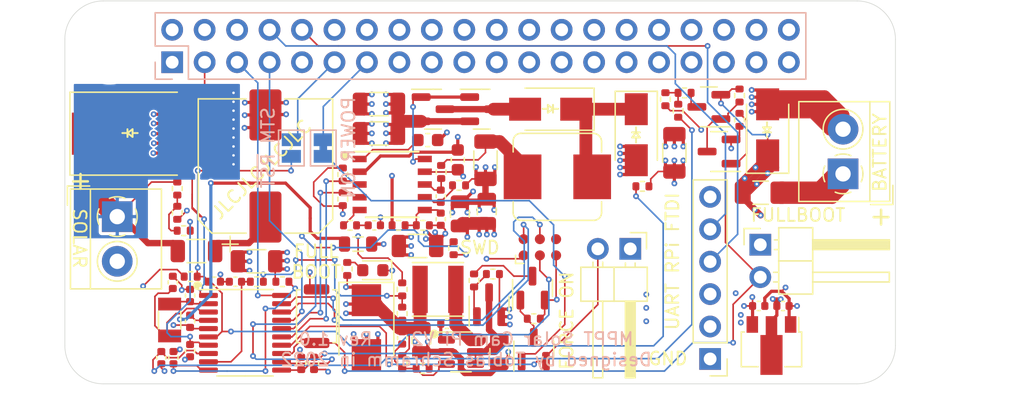
<source format=kicad_pcb>
(kicad_pcb (version 20211014) (generator pcbnew)
  (layers (0 "F.Cu" signal) (1 "In1.Cu" signal) (2 "In2.Cu" signal) (31 "B.Cu" signal) (34 "B.Paste" user) (35 "F.Paste" user) (36 "B.SilkS" user "B.Silkscreen") (37 "F.SilkS" user "F.Silkscreen") (38 "B.Mask" user) (39 "F.Mask" user) (44 "Edge.Cuts" user))
  (net 0 "")
  (net 1 "GND2")
  (net 2 "Net-(C3-Pad2)")
  (net 3 "Net-(C5-Pad2)")
  (net 4 "Net-(C6-Pad1)")
  (net 5 "Net-(C7-Pad1)")
  (net 6 "Net-(C7-Pad2)")
  (net 7 "Net-(D1-Pad2)")
  (net 8 "GND1")
  (net 9 "Net-(L1-Pad2)")
  (net 10 "/I_{Solar}")
  (net 11 "Net-(R11-Pad1)")
  (net 12 "GND")
  (net 13 "/U_{Solar}")
  (net 14 "/I_{Charge}")
  (net 15 "/I_{Load}")
  (net 16 "+5V")
  (net 17 "/U_{Batt}")
  (net 18 "/~{RST}")
  (net 19 "Net-(C22-Pad1)")
  (net 20 "Net-(C23-Pad1)")
  (net 21 "Net-(C24-Pad1)")
  (net 22 "/U_{Load}")
  (net 23 "Net-(R19-Pad2)")
  (net 24 "/~{CHRG}")
  (net 25 "/~{DONE}")
  (net 26 "GND3")
  (net 27 "Net-(C15-Pad2)")
  (net 28 "+3V3")
  (net 29 "Net-(C17-Pad1)")
  (net 30 "Net-(C17-Pad2)")
  (net 31 "Net-(Q1-Pad1)")
  (net 32 "Net-(C19-Pad2)")
  (net 33 "/u_batt_div_on")
  (net 34 "Net-(Q6-Pad3)")
  (net 35 "Net-(R32-Pad2)")
  (net 36 "/SDA")
  (net 37 "/GPIO")
  (net 38 "/SWDIO")
  (net 39 "/SWCLK")
  (net 40 "/SCL")
  (net 41 "/+SOLAR")
  (net 42 "+BATT")
  (net 43 "Net-(C26-Pad1)")
  (net 44 "Net-(D1-Pad1)")
  (net 45 "/rpi_on_rpi")
  (net 46 "/rpi_on_stm")
  (net 47 "Net-(D3-Pad3)")
  (net 48 "Net-(D5-Pad2)")
  (net 49 "Net-(BT1-Pad1)")
  (net 52 "/RX")
  (net 53 "/TX")
  (net 54 "Net-(J2-Pad11)")
  (net 56 "Net-(J2-Pad13)")
  (net 81 "Net-(Q3-Pad3)")
  (net 82 "Net-(Q4-Pad1)")
  (net 83 "Net-(Q5-Pad3)")
  (net 84 "Net-(R10-Pad1)")
  (footprint "Capacitor_SMD:C_0402_1005Metric" (layer "F.Cu") (at 126.4 126.4 -90)
    (fp_text reference "C19" hide)
    (fp_text value "22pF")
  )
  (footprint "Capacitor_SMD:C_0805_2012Metric" (layer "F.Cu") (at 130.91882 116.68132 90)
    (fp_text reference "C8" hide)
    (fp_text value "22uF")
  )
  (footprint "Capacitor_SMD:C_0402_1005Metric" (layer "F.Cu") (at 108.5 127.95 -90)
    (fp_text reference "C10" hide)
    (fp_text value "100nF")
  )
  (footprint "Capacitor_SMD:C_0402_1005Metric" (layer "F.Cu") (at 109.8 123.08 90)
    (fp_text reference "C22" hide)
    (fp_text value "22pF")
  )
  (footprint "Resistor_SMD:R_0402_1005Metric" (layer "F.Cu") (at 122.1 121 90)
    (fp_text reference "R17" hide)
    (fp_text value "15k")
  )
  (footprint "MountingHole:MountingHole_2.7mm_M2.5" (layer "F.Cu") (at 161.5 103.5)
    (fp_text reference "H1" hide)
    (fp_text value "MountingHole")
  )
  (footprint "Diode_SMD:D_SMC" (layer "F.Cu") (at 105.199999 110.4)
    (fp_text reference "D6" hide)
    (fp_text value "SS36")
  )
  (footprint "Inductor_SMD:L_Taiyo-Yuden_MD-4040" (layer "F.Cu") (at 129.2 122.6 180)
    (fp_text reference "L2" hide)
    (fp_text value "10uH")
  )
  (footprint "Resistor_SMD:R_1206_3216Metric" (layer "F.Cu") (at 110.3 119.6)
    (fp_text reference "R13" hide)
    (fp_text value "1R")
  )
  (footprint "Resistor_SMD:R_0402_1005Metric" (layer "F.Cu") (at 126.4 122.6 -90)
    (fp_text reference "R9" hide)
    (fp_text value "100k")
  )
  (footprint "Connector_PinHeader_2.54mm:PinHeader_1x02_P2.54mm_Horizontal" (layer "F.Cu") (at 144.25 119.425 -90)
    (fp_text reference "JP1" hide)
    (fp_text value "Force on")
  )
  (footprint "Resistor_SMD:R_1206_3216Metric" (layer "F.Cu") (at 127.6 119.2 180)
    (fp_text reference "R8" hide)
    (fp_text value "0.1R")
  )
  (footprint "Resistor_SMD:R_0402_1005Metric" (layer "F.Cu") (at 130.85 114.45 180)
    (fp_text reference "R14" hide)
    (fp_text value "100R")
  )
  (footprint "Capacitor_SMD:C_0402_1005Metric" (layer "F.Cu") (at 111.7 122)
    (fp_text reference "C21" hide)
    (fp_text value "100nF")
  )
  (footprint "Resistor_SMD:R_0402_1005Metric" (layer "F.Cu") (at 147 107.7 -90)
    (fp_text reference "R33" hide)
    (fp_text value "33k")
  )
  (footprint "Resistor_SMD:R_0402_1005Metric" (layer "F.Cu") (at 148 108.6 90)
    (fp_text reference "R34" hide)
    (fp_text value "100R")
  )
  (footprint "Diode_SMD:D_SMA" (layer "F.Cu") (at 155 110.1 90)
    (fp_text reference "D7" hide)
    (fp_text value "M7")
  )
  (footprint "Diode_SMD:D_SMA" (layer "F.Cu") (at 144.71882 110.48132 -90)
    (fp_text reference "D2" hide)
    (fp_text value "SS210")
  )
  (footprint "Diode_SMD:D_SMA" (layer "F.Cu") (at 138.01882 108.48132 180)
    (fp_text reference "D1" hide)
    (fp_text value "SS210")
  )
  (footprint "Resistor_SMD:R_0402_1005Metric" (layer "F.Cu") (at 152.8 109.31 -90)
    (fp_text reference "R30" hide)
    (fp_text value "100k")
  )
  (footprint "Resistor_SMD:R_0402_1005Metric" (layer "F.Cu") (at 145.2 114.525)
    (fp_text reference "R24" hide)
    (fp_text value "100R")
  )
  (footprint "Capacitor_SMD:C_0805_2012Metric" (layer "F.Cu") (at 134 127.5 90)
    (fp_text reference "C15" hide)
    (fp_text value "22uF")
  )
  (footprint "Package_SO:TSSOP-20_4.4x6.5mm_P0.65mm" (layer "F.Cu") (at 114.1 126)
    (fp_text reference "U4" hide)
    (fp_text value "STM32G031Fx")
  )
  (footprint "Capacitor_SMD:C_0603_1608Metric" (layer "F.Cu") (at 130.75 112.45 90)
    (fp_text reference "C4" hide)
    (fp_text value "100nF HV")
  )
  (footprint "Resistor_SMD:R_0402_1005Metric" (layer "F.Cu") (at 108.8 116.6 -90)
    (fp_text reference "R20" hide)
    (fp_text value "10k")
  )
  (footprint "Capacitor_SMD:CP_Elec_10x10" (layer "F.Cu") (at 115.7 112.9325 90)
    (fp_text reference "C26" hide)
    (fp_text value "220uF 35V")
  )
  (footprint "Package_TO_SOT_SMD:SOT-23" (layer "F.Cu") (at 133.2 123.8 90)
    (fp_text reference "Q4" hide)
    (fp_text value "AO3401A")
  )
  (footprint "Resistor_SMD:R_0402_1005Metric" (layer "F.Cu") (at 117.025 122 180)
    (fp_text reference "R22" hide)
    (fp_text value "100R")
  )
  (footprint "Capacitor_SMD:C_0402_1005Metric" (layer "F.Cu") (at 129.41882 115.3 -90)
    (fp_text reference "C7" hide)
    (fp_text value "100nF")
  )
  (footprint "Resistor_SMD:R_0402_1005Metric" (layer "F.Cu") (at 130.425 119.375 90)
    (fp_text reference "R23" hide)
    (fp_text value "100R")
  )
  (footprint "Package_TO_SOT_SMD:SOT-89-3" (layer "F.Cu") (at 155.3 127 -90)
    (fp_text reference "U2" hide)
    (fp_text value "HT7533")
  )
  (footprint "Resistor_SMD:R_0402_1005Metric" (layer "F.Cu") (at 132.025 121.899769 -90)
    (fp_text reference "R29" hide)
    (fp_text value "100k")
  )
  (footprint "Resistor_SMD:R_0402_1005Metric" (layer "F.Cu") (at 128 128.8)
    (fp_text reference "R28" hide)
    (fp_text value "15k")
  )
  (footprint "Capacitor_SMD:C_0402_1005Metric" (layer "F.Cu") (at 124.21882 117.58132)
    (fp_text reference "C6" hide)
    (fp_text value "220nF")
  )
  (footprint "Resistor_SMD:R_1206_3216Metric" (layer "F.Cu") (at 115 120.4 180)
    (fp_text reference "R6" hide)
    (fp_text value "0.1R")
  )
  (footprint "Resistor_SMD:R_0402_1005Metric" (layer "F.Cu") (at 108.8 114.7 -90)
    (fp_text reference "R19" hide)
    (fp_text value "100k")
  )
  (footprint "Capacitor_SMD:C_0402_1005Metric" (layer "F.Cu") (at 119.5 128.4 90)
    (fp_text reference "C13" hide)
    (fp_text value "100nF")
  )
  (footprint "Connector:Tag-Connect_TC2030-IDC-NL_2x03_P1.27mm_Vertical" (layer "F.Cu") (at 137.175 119.3)
    (fp_text reference "J1" hide)
    (fp_text value "TagConnect_TC2030_SWD")
  )
  (footprint "Resistor_SMD:R_0402_1005Metric" (layer "F.Cu") (at 133.5 121.4)
    (fp_text reference "R25" hide)
    (fp_text value "120k")
  )
  (footprint "Resistor_SMD:R_0402_1005Metric" (layer "F.Cu") (at 121.75 115.525 90)
    (fp_text reference "R3" hide)
    (fp_text value "100k")
  )
  (footprint "MountingHole:MountingHole_2.7mm_M2.5" (layer "F.Cu") (at 103.5 126.5)
    (fp_text reference "H2" hide)
    (fp_text value "MountingHole")
  )
  (footprint "Capacitor_SMD:C_0603_1608Metric" (layer "F.Cu") (at 128.4 110.9 180)
    (fp_text reference "C5" hide)
    (fp_text value "100nF HV")
  )
  (footprint "Button_Switch_SMD:SW_Push_SPST_NO_Alps_SKRK" (layer "F.Cu") (at 119.7 124.7 -90)
    (fp_text reference "SW1" hide)
    (fp_text value "User")
  )
  (footprint "Capacitor_SMD:C_0402_1005Metric" (layer "F.Cu") (at 107.55 127.95 -90)
    (fp_text reference "C20" hide)
    (fp_text value "100nF")
  )
  (footprint "Package_TO_SOT_SMD:SOT-23" (layer "F.Cu") (at 136.7 127.3 90)
    (fp_text reference "D3" hide)
    (fp_text value "BAV70")
  )
  (footprint "Resistor_SMD:R_0402_1005Metric" (layer "F.Cu") (at 109.3 118)
    (fp_text reference "R21" hide)
    (fp_text value "100R")
  )
  (footprint "Package_SO:SSOP-10_3.9x4.9mm_P1.00mm" (layer "F.Cu") (at 125.61882 114.38132)
    (fp_text reference "U1" hide)
    (fp_text value "CN3767")
  )
  (footprint "LED_SMD:LED_0603_1608Metric" (layer "F.Cu") (at 124.1 121.1 180)
    (fp_text reference "D5" hide)
    (fp_text value "PWR")
  )
  (footprint "Fuse:Fuse_1206_3216Metric" (layer "F.Cu") (at 154.45 115.025 180)
    (fp_text reference "F1" hide)
    (fp_text value "2A")
  )
  (footprint "Resistor_SMD:R_0402_1005Metric" (layer "F.Cu") (at 121.75 113.6 90)
    (fp_text reference "R4" hide)
    (fp_text value "100k")
  )
  (footprint "Capacitor_SMD:C_0402_1005Metric" (layer "F.Cu") (at 129.41882 117.1 90)
    (fp_text reference "C3" hide)
    (fp_text value "100nF")
  )
  (footprint "Capacitor_SMD:C_0805_2012Metric" (layer "F.Cu") (at 133.01882 116.48132 90)
    (fp_text reference "C9" hide)
    (fp_text value "22uF")
  )
  (footprint "Connector_PinHeader_2.54mm:PinHeader_1x06_P2.54mm_Vertical" (layer "F.Cu") (at 150.5 128.05 180)
    (fp_text reference "J3" hide)
    (fp_text value "FTDI_RPI")
  )
  (footprint "Inductor_SMD:L_0805_2012Metric" (layer "F.Cu") (at 122.949999 119.05 180)
    (fp_text reference "FB1" hide)
    (fp_text value "100R@100MHz")
  )
  (footprint "Resistor_SMD:R_0402_1005Metric" (layer "F.Cu") (at 126.4 124.5 -90)
    (fp_text reference "R7" hide)
    (fp_text value "100k")
  )
  (footprint "Diode_SMD:D_SMB" (layer "F.Cu") (at 123.6 125.6 -90)
    (fp_text reference "D4" hide)
    (fp_text value "6.8CA")
  )
  (footprint "Resistor_SMD:R_0402_1005Metric" (layer "F.Cu") (at 109.85 121.6)
    (fp_text reference "R5" hide)
    (fp_text value "10k")
  )
  (footprint "Package_TO_SOT_SMD:SOT-23-6" (layer "F.Cu") (at 131 127.5)
    (fp_text reference "U3" hide)
    (fp_text value "SY8113B")
  )
  (footprint "TerminalBlock_4Ucon:TerminalBlock_4Ucon_1x02_P3.50mm_Horizontal" (layer "F.Cu") (at 104.1 116.9 -90)
    (fp_text reference "SC1" hide)
    (fp_text value "Solar_Cells")
  )
  (footprint "Resistor_SMD:R_0402_1005Metric" (layer "F.Cu") (at 115.025 122 180)
    (fp_text reference "R10" hide)
    (fp_text value "100R")
  )
  (footprint "Resistor_SMD:R_1206_3216Metric" (layer "F.Cu") (at 132.91882 112.48132 -90)
    (fp_text reference "R15" hide)
    (fp_text value "0.1R")
  )
  (footprint "Capacitor_SMD:C_1206_3216Metric" (layer "F.Cu") (at 124.58132 108.08132)
    (fp_text reference "C1" hide)
    (fp_text value "10uF")
  )
  (footprint "Capacitor_SMD:C_0402_1005Metric" (layer "F.Cu") (at 156.2 123.9 180)
    (fp_text reference "C14" hide)
    (fp_text value "1uF")
  )
  (footprint "Capacitor_SMD:C_1206_3216Metric" (layer "F.Cu") (at 124.58132 110.38132)
    (fp_text reference "C2" hide)
    (fp_text value "10uF")
  )
  (footprint "MountingHole:MountingHole_2.7mm_M2.5" (layer "F.Cu") (at 161.5 126.5)
    (fp_text reference "H3" hide)
    (fp_text value "MountingHole")
  )
  (footprint "Capacitor_SMD:C_0402_1005Metric" (layer "F.Cu") (at 109.8 125.1 -90)
    (fp_text reference "C24" hide)
    (fp_text value "1uF")
  )
  (footprint "Crystal:Crystal_SMD_3215-2Pin_3.2x1.5mm" (layer "F.Cu") (at 108.2 125 -90)
    (fp_text reference "Y1" hide)
    (fp_text value "32.768kHz")
  )
  (footprint "Resistor_SMD:R_0402_1005Metric" (layer "F.Cu") (at 128.01882 117.58132)
    (fp_text reference "R2" hide)
    (fp_text value "10k")
  )
  (footprint "Capacitor_SMD:C_0402_1005Metric" (layer "F.Cu") (at 129.9 125.3)
    (fp_text reference "C17" hide)
    (fp_text value "100nF")
  )
  (footprint "Resistor_SMD:R_0402_1005Metric" (layer "F.Cu") (at 126.11882 117.58132)
    (fp_text reference "R1" hide)
    (fp_text value "120k")
  )
  (footprint "Capacitor_SMD:C_0402_1005Metric" (layer "F.Cu") (at 154.3 123.9 180)
    (fp_text reference "C16" hide)
    (fp_text value "1uF")
  )
  (footprint "MountingHole:MountingHole_2.7mm_M2.5" (layer "F.Cu") (at 103.5 103.5)
    (fp_text reference "H4" hide)
    (fp_text value "MountingHole")
  )
  (footprint "Resistor_SMD:R_0402_1005Metric" (layer "F.Cu") (at 126.4 128.3 -90)
    (fp_text reference "R27" hide)
    (fp_text value "120k")
  )
  (footprint "TerminalBlock_4Ucon:TerminalBlock_4Ucon_1x02_P3.50mm_Horizontal" (layer "F.Cu") (at 160.9 113.55 90)
    (fp_text reference "BT1" hide)
    (fp_text value "Battery")
  )
  (footprint "Package_TO_SOT_SMD:SOT-23" (layer "F.Cu") (at 128.81882 108.48132)
    (fp_text reference "Q2" hide)
    (fp_text value "AO3401A")
  )
  (footprint "Package_TO_SOT_SMD:SOT-23" (layer "F.Cu") (at 150.4 108.3 180)
    (fp_text reference "Q6" hide)
    (fp_text value "BSS84")
  )
  (footprint "Resistor_SMD:R_0402_1005Metric" (layer "F.Cu") (at 136.7 124.9)
    (fp_text reference "R26" hide)
    (fp_text value "100k")
  )
  (footprint "Capacitor_SMD:C_0402_1005Metric" (layer "F.Cu") (at 113.35 122)
    (fp_text reference "C25" hide)
    (fp_text value "100nF")
  )
  (footprint "Connector_PinHeader_2.54mm:PinHeader_1x02_P2.54mm_Horizontal" (layer "F.Cu") (at 154.425 119.1)
    (fp_text reference "JP4" hide)
    (fp_text value "User")
  )
  (footprint "Resistor_SMD:R_0402_1005Metric" (layer "F.Cu") (at 122.31882 117.58132)
    (fp_text reference "R11" hide)
    (fp_text value "120k")
  )
  (footprint "Capacitor_SMD:C_0402_1005Metric" (layer "F.Cu") (at 108.45 122.05 90)
    (fp_text reference "C23" hide)
    (fp_text value "22pF")
  )
  (footprint "Inductor_SMD:L_Bourns_SRP7028A_7.3x6.6mm" (layer "F.Cu") (at 138.54382 113.78132 180)
    (fp_text reference "L1" hide)
    (fp_text value "47uH")
  )
  (footprint "Capacitor_SMD:C_0805_2012Metric" (layer "F.Cu") (at 127.9 126.6 -90)
    (fp_text reference "C18" hide)
    (fp_text value "22uF")
  )
  (footprint "Package_TO_SOT_SMD:SOT-23" (layer "F.Cu") (at 132.61882 108.48132)
    (fp_text reference "Q1" hide)
    (fp_text value "AO3401A")
  )
  (footprint "Package_TO_SOT_SMD:SOT-23" (layer "F.Cu") (at 136.6 122.5 90)
    (fp_text reference "Q3" hide)
    (fp_text value "2N7002")
  )
  (footprint "Package_TO_SOT_SMD:SOT-23" (layer "F.Cu") (at 151.2 111.8 180)
    (fp_text reference "Q5" hide)
    (fp_text value "2N7002")
  )
  (footprint "Capacitor_SMD:C_0402_1005Metric" (layer "F.Cu") (at 109.8 127.4 90)
    (fp_text reference "C11" hide)
    (fp_text value "100nF")
  )
  (footprint "Resistor_SMD:R_0402_1005Metric" (layer "F.Cu") (at 148.5 107.2 180)
    (fp_text reference "R32" hide)
    (fp_text value "120k")
  )
  (footprint "Capacitor_SMD:C_0402_1005Metric" (layer "F.Cu") (at 118.5 128.4 -90)
    (fp_text reference "C12" hide)
    (fp_text value "100nF")
  )
  (footprint "Resistor_SMD:R_0402_1005Metric" (layer "F.Cu") (at 152.8 107.41 90)
    (fp_text reference "R31" hide)
    (fp_text value "100k")
  )
  (footprint "Resistor_SMD:R_0402_1005Metric" (layer "F.Cu") (at 129.45 113.4 90)
    (fp_text reference "R12" hide)
    (fp_text value "100R")
  )
  (footprint "Resistor_SMD:R_1206_3216Metric" (layer "F.Cu") (at 147.7 111.9 90)
    (fp_text reference "R16" hide)
    (fp_text value "0.1R")
  )
  (footprint "Jumper:SolderJumper-2_P1.3mm_Open_Pad1.0x1.5mm" (layer "B.Cu") (at 117.725 111.525 90)
    (fp_text reference "JP2" hide)
    (fp_text value "Pi -> STM RST")
  )
  (footprint "Connector_PinSocket_2.54mm:PinSocket_2x20_P2.54mm_Vertical" (layer "B.Cu") (at 108.4 104.8 -90)
    (fp_text reference "J2" hide)
    (fp_text value "RPi")
  )
  (footprint "Jumper:SolderJumper-2_P1.3mm_Bridged_Pad1.0x1.5mm" (layer "B.Cu") (at 120.225 111.525 90)
    (fp_text reference "JP3" hide)
    (fp_text value "Pi -> PWR ON")
  )
  (gr_line (start 144.4 110.7) (end 144.7 110.3) (layer "F.SilkS") (width 0.15))
  (gr_line (start 104.9 110.35) (end 104.9 110.65) (layer "F.SilkS") (width 0.15))
  (gr_line (start 144.7 110.7) (end 144.7 111.1) (layer "F.SilkS") (width 0.15))
  (gr_line (start 137.800001 108.15) (end 137.800001 108.75) (layer "F.SilkS") (width 0.15))
  (gr_line (start 144.4 110.3) (end 145 110.3) (layer "F.SilkS") (width 0.15))
  (gr_line (start 138.199999 108.45) (end 138.6 108.45) (layer "F.SilkS") (width 0.15))
  (gr_line (start 144.7 110.3) (end 145 110.7) (layer "F.SilkS") (width 0.15))
  (gr_circle (center 110.4 122.3) (end 110.623607 122.3) (layer "F.SilkS") (width 0.25) (fill solid))
  (gr_line (start 104.9 110.35) (end 104.499999 110.35) (layer "F.SilkS") (width 0.15))
  (gr_line (start 154.95 110.299999) (end 155.25 110.299999) (layer "F.SilkS") (width 0.15))
  (gr_line (start 155.25 110.299999) (end 154.65 110.299999) (layer "F.SilkS") (width 0.15))
  (gr_line (start 154.95 110.299999) (end 154.65 109.900001) (layer "F.SilkS") (width 0.15))
  (gr_line (start 104.9 110.65) (end 104.9 110.05) (layer "F.SilkS") (width 0.15))
  (gr_line (start 137.800001 108.15) (end 138.199999 108.45) (layer "F.SilkS") (width 0.15))
  (gr_line (start 154.95 109.900001) (end 154.95 109.5) (layer "F.SilkS") (width 0.15))
  (gr_line (start 144.4 110.7) (end 145 110.7) (layer "F.SilkS") (width 0.15))
  (gr_line (start 144.7 110.3) (end 144.7 109.9) (layer "F.SilkS") (width 0.15))
  (gr_line (start 105.299998 110.35) (end 105.699999 110.35) (layer "F.SilkS") (width 0.15))
  (gr_line (start 138.199999 108.15) (end 138.199999 108.75) (layer "F.SilkS") (width 0.15))
  (gr_line (start 104.9 110.35) (end 105.299998 110.05) (layer "F.SilkS") (width 0.15))
  (gr_line (start 138.199999 108.45) (end 137.800001 108.75) (layer "F.SilkS") (width 0.15))
  (gr_line (start 154.95 110.299999) (end 154.95 110.7) (layer "F.SilkS") (width 0.15))
  (gr_circle (center 121.9 112.1) (end 122.123607 112.1) (layer "F.SilkS") (width 0.25) (fill solid))
  (gr_line (start 105.299998 110.65) (end 105.299998 110.05) (layer "F.SilkS") (width 0.15))
  (gr_line (start 144.7 110.3) (end 144.4 110.3) (layer "F.SilkS") (width 0.15))
  (gr_circle (center 128.9 126.1) (end 129.123607 126.1) (layer "F.SilkS") (width 0.25) (fill solid))
  (gr_line (start 155.25 109.900001) (end 154.95 110.299999) (layer "F.SilkS") (width 0.15))
  (gr_line (start 155.25 109.900001) (end 154.65 109.900001) (layer "F.SilkS") (width 0.15))
  (gr_line (start 137.800001 108.45) (end 137.4 108.45) (layer "F.SilkS") (width 0.15))
  (gr_line (start 105.299998 110.65) (end 104.9 110.35) (layer "F.SilkS") (width 0.15))
  (gr_line (start 138.199999 108.45) (end 138.199999 108.15) (layer "F.SilkS") (width 0.15))
  (gr_line (start 100 127) (end 100 103) (layer "Edge.Cuts") (width 0.05))
  (gr_line (start 162 130) (end 103 130) (layer "Edge.Cuts") (width 0.05))
  (gr_line (start 103 100) (end 162 100) (layer "Edge.Cuts") (width 0.05))
  (gr_line (start 165 103) (end 165 127) (layer "Edge.Cuts") (width 0.05))
  (gr_arc (start 100 103) (mid 100.878686 100.878686) (end 103 100) (layer "Edge.Cuts") (width 0.05))
  (gr_arc (start 103 130) (mid 100.8787 129.121312) (end 100 127) (layer "Edge.Cuts") (width 0.05))
  (gr_arc (start 165 127) (mid 164.121326 129.121326) (end 162 130) (layer "Edge.Cuts") (width 0.05))
  (gr_arc (start 162 100) (mid 164.12134 100.878671) (end 165 103) (layer "Edge.Cuts") (width 0.05))
  (gr_text "STM ~{RST}" (at 115.9 111.5 90) (layer "B.SilkS") (effects (font (size 1 1)) (justify mirror)))
  (gr_text "POWER ON" (at 122.2 111.5 90) (layer "B.SilkS") (effects (font (size 1 1)) (justify mirror)))
  (gr_text "MPPT Solar Cam Pi V2    Rev 1.0\nDesigned by Tobias Schramm in 2022" (at 131.4 127.3) (layer "B.SilkS") (effects (font (size 1 1)) (justify mirror)))
  (gr_text "FULLBOOT" (at 157.375 116.775) (layer "F.SilkS") (effects (font (size 1 1))))
  (gr_text "BATTERY" (at 163.775 111.875 90) (layer "F.SilkS") (effects (font (size 1 1))))
  (gr_text "JLCJLCJLCJLC" (at 115.4 113.2 45) (layer "F.SilkS") (effects (font (size 1 1))))
  (gr_text "UART RPi FTDI" (at 147.55 120.4 90) (layer "F.SilkS") (effects (font (size 1 1))))
  (gr_text "FULL\nBOOT" (at 119.675 120.425) (layer "F.SilkS") (effects (font (size 1 1))))
  (gr_text "SOLAR" (at 101.15 118.6 270) (layer "F.SilkS") (effects (font (size 1 1))))
  (gr_text "+" (at 163.875 116.825) (layer "F.SilkS") (effects (font (size 1.5 1.5) (thickness 0.2))))
  (gr_text "GND" (at 147.2 128.025) (layer "F.SilkS") (effects (font (size 1 1))))
  (gr_text "FORCE ON" (at 139.275 125.05 90) (layer "F.SilkS") (effects (font (size 1 1))))
  (gr_text "SWD" (at 132.475 119.325) (layer "F.SilkS") (effects (font (size 1 1))))
  (gr_text "+" (at 101.225 114.025) (layer "F.SilkS") (effects (font (size 1.5 1.5) (thickness 0.2))))
  (segment (start 128.52882 117.58132) (end 129.39368 117.58132) (width 0.127) (layer "F.Cu") (net 1))
  (segment (start 132.425 117.725) (end 132.425 118.3) (width 0.25) (layer "F.Cu") (net 1))
  (segment (start 159.9 110.05) (end 158.55 108.7) (width 1) (layer "F.Cu") (net 1))
  (segment (start 130.91882 117.63132) (end 131.20632 117.63132) (width 0.25) (layer "F.Cu") (net 1))
  (segment (start 154.825 108.675) (end 153.75 108.675) (width 0.25) (layer "F.Cu") (net 1))
  (segment (start 159.45 107.5) (end 155.8 107.5) (width 1) (layer "F.Cu") (net 1))
  (segment (start 129.0625 119.2) (end 129.0625 118.2125) (width 0.25) (layer "F.Cu") (net 1))
  (segment (start 123.10632 108.08132) (end 124.01868 108.08132) (width 0.25) (layer "F.Cu") (net 1))
  (segment (start 123.425 109.625) (end 124.025 109.625) (width 0.25) (layer "F.Cu") (net 1))
  (segment (start 155 108.5) (end 154.825 108.675) (width 0.25) (layer "F.Cu") (net 1))
  (segment (start 155 108.1) (end 159 108.1) (width 1) (layer "F.Cu") (net 1))
  (segment (start 123.45 111.15) (end 124.025 111.15) (width 0.25) (layer "F.Cu") (net 1))
  (segment (start 147 110.8) (end 147 111.4) (width 0.25) (layer "F.Cu") (net 1))
  (segment (start 147.7 110.4375) (end 148.0375 110.4375) (width 0.25) (layer "F.Cu") (net 1))
  (segment (start 124.69882 117.58132) (end 124.69882 116.95118) (width 0.127) (layer "F.Cu") (net 1))
  (segment (start 148.4 110.8) (end 148.4 111.4) (width 0.25) (layer "F.Cu") (net 1))
  (segment (start 123.45 107.325) (end 124.025 107.325) (width 0.25) (layer "F.Cu") (net 1))
  (segment (start 154.45 106.975) (end 153.75 106.975) (width 0.25) (layer "F.Cu") (net 1))
  (segment (start 155 107.525) (end 154.45 106.975) (width 0.25) (layer "F.Cu") (net 1))
  (segment (start 123.10632 110.38132) (end 123.10632 110.80632) (width 0.25) (layer "F.Cu") (net 1))
  (segment (start 133.6 117.775) (end 133.6 118.3) (width 0.25) (layer "F.Cu") (net 1))
  (segment (start 158.55 108.7) (end 155.25 108.7) (width 1) (layer "F.Cu") (net 1))
  (segment (start 147.3625 110.4375) (end 147 110.8) (width 0.25) (layer "F.Cu") (net 1))
  (segment (start 154.44 107.54) (end 153.75 107.54) (width 0.25) (layer "F.Cu") (net 1))
  (segment (start 130.3 111.85) (end 130.475 111.675) (width 0.25) (layer "F.Cu") (net 1))
  (segment (start 129.0625 119.2) (end 129.0625 118.9375) (width 0.25) (layer "F.Cu") (net 1))
  (segment (start 160.9 108.95) (end 159.45 107.5) (width 1) (layer "F.Cu") (net 1))
  (segment (start 131.11868 117.43132) (end 130.925 117.625) (width 1) (layer "F.Cu") (net 1))
  (segment (start 128.4 118.15) (end 128.25 118.15) (width 0.25) (layer "F.Cu") (net 1))
  (segment (start 126.95 112.15) (end 127.25 111.85) (width 0.25) (layer "F.Cu") (net 1))
  (segment (start 123.10632 109.94368) (end 123.425 109.625) (width 0.25) (layer "F.Cu") (net 1))
  (segment (start 133.01882 117.43132) (end 133.01882 118.29382) (width 0.25) (layer "F.Cu") (net 1))
  (segment (start 155 108.1) (end 155 107.525) (width 0.25) (layer "F.Cu") (net 1))
  (segment (start 124.01868 110.38132) (end 124.025 110.375) (width 0.25) (layer "F.Cu") (net 1))
  (segment (start 133.01882 118.29382) (end 133.025 118.3) (width 0.25) (layer "F.Cu") (net 1))
  (segment (start 155 108.1) (end 154.44 107.54) (width 0.25) (layer "F.Cu") (net 1))
  (segment (start 132.71868 117.43132) (end 132.425 117.725) (width 0.25) (layer "F.Cu") (net 1))
  (segment (start 129.0625 118.9375) (end 129.775 118.225) (width 0.25) (layer "F.Cu") (net 1))
  (segment (start 159 108.1) (end 160.95 110.05) (width 1) (layer "F.Cu") (net 1))
  (segment (start 129.0625 119.2) (end 130.1 119.2) (width 0.127) (layer "F.Cu") (net 1))
  (segment (start 147.7 110.4375) (end 147.3625 110.4375) (width 0.25) (layer "F.Cu") (net 1))
  (segment (start 133.01882 117.43132) (end 131.11868 117.43132) (width 1) (layer "F.Cu") (net 1))
  (segment (start 129.0625 118.9375) (end 128.675 118.55) (width 0.25) (layer "F.Cu") (net 1))
  (segment (start 129.0625 118.2125) (end 128.975 118.125) (width 0.25) (layer "F.Cu") (net 1))
  (segment (start 133.01882 117.43132) (end 133.25632 117.43132) (width 0.25) (layer "F.Cu") (net 1))
  (segment (start 123.10632 110.80632) (end 123.45 111.15) (width 0.25) (layer "F.Cu") (net 1))
  (segment (start 129.775 118.225) (end 129.775 117.925) (width 0.127) (layer "F.Cu") (net 1))
  (segment (start 131.20632 117.63132) (end 131.5 117.925) (width 0.25) (layer "F.Cu") (net 1))
  (segment (start 129.0625 119.2) (end 129.0625 118.8125) (width 0.25) (layer "F.Cu") (net 1))
  (segment (start 124.01868 108.08132) (end 124.025 108.075) (width 0.25) (layer "F.Cu") (net 1))
  (segment (start 155 108.1) (end 155 108.5) (width 0.25) (layer "F.Cu") (net 1))
  (segment (start 128.675 118.65) (end 128.25 118.65) (width 0.25) (layer "F.Cu") (net 1))
  (segment (start 124.69882 116.95118) (end 124.7 116.95) (width 0.127) (layer "F.Cu") (net 1))
  (segment (start 129.39368 117.58132) (end 129.4 117.575) (width 0.127) (layer "F.Cu") (net 1))
  (segment (start 124.7 112.15) (end 126.95 112.15) (width 0.25) (layer "F.Cu") (net 1))
  (segment (start 148.0375 110.4375) (end 148.4 110.8) (width 0.25) (layer "F.Cu") (net 1))
  (segment (start 123.425 108.85) (end 124.025 108.85) (width 0.25) (layer "F.Cu") (net 1))
  (segment (start 123.10632 108.53132) (end 123.425 108.85) (width 0.25) (layer "F.Cu") (net 1))
  (segment (start 155 108.1) (end 153.75 108.1) (width 0.25) (layer "F.Cu") (net 1))
  (segment (start 123.10632 107.66868) (end 123.45 107.325) (width 0.25) (layer "F.Cu") (net 1))
  (segment (start 160.9 110.05) (end 159.9 110.05) (width 1) (layer "F.Cu") (net 1))
  (segment (start 160.9 110.05) (end 160.9 108.95) (width 1) (layer "F.Cu") (net 1))
  (segment (start 123.10632 108.08132) (end 123.10632 108.53132) (width 0.25) (layer "F.Cu") (net 1))
  (segment (start 123.10632 110.38132) (end 124.01868 110.38132) (width 0.25) (layer "F.Cu") (net 1))
  (segment (start 123.06882 113.38132) (end 123.46868 113.38132) (width 0.25) (layer "F.Cu") (net 1))
  (segment (start 130.1 119.2) (end 130.425 118.875) (width 0.127) (layer "F.Cu") (net 1))
  (segment (start 130.475 111.675) (end 130.75 111.675) (width 0.25) (layer "F.Cu") (net 1))
  (segment (start 131.5 117.925) (end 131.5 118.5) (width 0.25) (layer "F.Cu") (net 1))
  (segment (start 129.0625 118.8125) (end 128.4 118.15) (width 0.25) (layer "F.Cu") (net 1))
  (segment (start 133.25632 117.43132) (end 133.6 117.775) (width 0.25) (layer "F.Cu") (net 1))
  (segment (start 130.75 111.675) (end 130.75 110.65) (width 0.25) (layer "F.Cu") (net 1))
  (segment (start 123.10632 110.38132) (end 123.10632 109.94368) (width 0.25) (layer "F.Cu") (net 1))
  (segment (start 129.775 117.925) (end 129.425 117.575) (width 0.127) (layer "F.Cu") (net 1))
  (segment (start 123.10632 108.08132) (end 123.10632 107.66868) (width 0.25) (layer "F.Cu") (net 1))
  (segment (start 147.7 110.4375) (end 147.7 111.4) (width 0.25) (layer "F.Cu") (net 1))
  (segment (start 133.01882 117.43132) (end 132.71868 117.43132) (width 0.25) (layer "F.Cu") (net 1))
  (segment (start 123.46868 113.38132) (end 124.7 112.15) (width 0.25) (layer "F.Cu") (net 1))
  (segment (start 127.25 111.85) (end 130.3 111.85) (width 0.25) (layer "F.Cu") (net 1))
  (via (at 124.025 108.075) (size 0.45) (drill 0.2) (layers "F.Cu" "B.Cu") (net 1))
  (via (at 128.25 118.65) (size 0.45) (drill 0.2) (layers "F.Cu" "B.Cu") (net 1))
  (via (at 129.775 118.225) (size 0.45) (drill 0.2) (layers "F.Cu" "B.Cu") (net 1))
  (via (at 124.025 109.625) (size 0.45) (drill 0.2) (layers "F.Cu" "B.Cu") (net 1))
  (via (at 153.75 106.975) (size 0.45) (drill 0.2) (layers "F.Cu" "B.Cu") (net 1))
  (via (at 153.75 108.675) (size 0.45) (drill 0.2) (layers "F.Cu" "B.Cu") (net 1))
  (via (at 124.025 111.15) (size 0.45) (drill 0.2) (layers "F.Cu" "B.Cu") (net 1))
  (via (at 153.75 107.54) (size 0.45) (drill 0.2) (layers "F.Cu" "B.Cu") (net 1))
  (via (at 124.7 116.95) (size 0.45) (drill 0.2) (layers "F.Cu" "B.Cu") (net 1))
  (via (at 132.425 118.3) (size 0.45) (drill 0.2) (layers "F.Cu" "B.Cu") (net 1))
  (via (at 131.5 118.5) (size 0.45) (drill 0.2) (layers "F.Cu" "B.Cu") (net 1))
  (via (at 128.25 118.15) (size 0.45) (drill 0.2) (layers "F.Cu" "B.Cu") (net 1))
  (via (at 147.7 111.4) (size 0.45) (drill 0.2) (layers "F.Cu" "B.Cu") (net 1))
  (via (at 124.025 107.325) (size 0.45) (drill 0.2) (layers "F.Cu" "B.Cu") (net 1))
  (via (at 133.6 118.3) (size 0.45) (drill 0.2) (layers "F.Cu" "B.Cu") (net 1))
  (via (at 130.75 110.65) (size 0.45) (drill 0.2) (layers "F.Cu" "B.Cu") (net 1))
  (via (at 124.025 108.85) (size 0.45) (drill 0.2) (layers "F.Cu" "B.Cu") (net 1))
  (via (at 153.75 108.1) (size 0.45) (drill 0.2) (layers "F.Cu" "B.Cu") (net 1))
  (via (at 133.025 118.3) (size 0.45) (drill 0.2) (layers "F.Cu" "B.Cu") (net 1))
  (via (at 148.4 111.4) (size 0.45) (drill 0.2) (layers "F.Cu" "B.Cu") (net 1))
  (via (at 124.025 110.375) (size 0.45) (drill 0.2) (layers "F.Cu" "B.Cu") (net 1))
  (via (at 147 111.4) (size 0.45) (drill 0.2) (layers "F.Cu" "B.Cu") (net 1))
  (via (at 128.975 118.125) (size 0.45) (drill 0.2) (layers "F.Cu" "B.Cu") (net 1))
  (segment (start 129.18132 116.38132) (end 129.45 116.65) (width 0.127) (layer "F.Cu") (net 2))
  (segment (start 127.48132 117.58132) (end 127.5 117.6) (width 0.127) (layer "F.Cu") (net 2))
  (segment (start 127.50882 116.76618) (end 127.9 116.375) (width 0.127) (layer "F.Cu") (net 2))
  (segment (start 126.62882 117.58132) (end 127.48132 117.58132) (width 0.127) (layer "F.Cu") (net 2))
  (segment (start 128.16882 116.38132) (end 129.18132 116.38132) (width 0.127) (layer "F.Cu") (net 2))
  (segment (start 127.50882 117.58132) (end 127.50882 116.76618) (width 0.127) (layer "F.Cu") (net 2))
  (segment (start 127.9 116.375) (end 128.15 116.375) (width 0.127) (layer "F.Cu") (net 2))
  (segment (start 124.1 111.65) (end 123.35 112.4) (width 0.127) (layer "F.Cu") (net 3))
  (segment (start 126.875 111.65) (end 124.1 111.65) (width 0.127) (layer "F.Cu") (net 3))
  (segment (start 127.625 110.9) (end 126.875 111.65) (width 0.127) (layer "F.Cu") (net 3))
  (segment (start 122.82882 117.58132) (end 123.71868 117.58132) (width 0.127) (layer "F.Cu") (net 4))
  (segment (start 123.71868 117.58132) (end 123.725 117.575) (width 0.127) (layer "F.Cu") (net 4))
  (segment (start 129.41882 114.82) (end 128.92 114.82) (width 0.127) (layer "F.Cu") (net 5))
  (segment (start 128.92 114.82) (end 128.6 114.5) (width 0.127) (layer "F.Cu") (net 5))
  (segment (start 129.45 113.91) (end 129.45 114.8) (width 0.127) (layer "F.Cu") (net 5))
  (segment (start 129.41882 115.78) (end 128.88 115.78) (width 0.127) (layer "F.Cu") (net 6))
  (segment (start 130.34 114.81) (end 129.4 115.75) (width 0.127) (layer "F.Cu") (net 6))
  (segment (start 130.34 114.45) (end 130.34 114.81) (width 0.127) (layer "F.Cu") (net 6))
  (segment (start 128.88 115.78) (end 128.6 115.5) (width 0.127) (layer "F.Cu") (net 6))
  (segment (start 135.99368 108.48132) (end 136 108.475) (width 1) (layer "F.Cu") (net 7))
  (segment (start 129.75632 108.48132) (end 135.98132 108.48132) (width 0.5) (layer "F.Cu") (net 7))
  (segment (start 135.98132 108.48132) (end 136 108.5) (width 0.5) (layer "F.Cu") (net 7))
  (segment (start 133.55632 108.48132) (end 135.99368 108.48132) (width 1) (layer "F.Cu") (net 7))
  (segment (start 126.1375 119.5375) (end 126.5 119.9) (width 0.25) (layer "F.Cu") (net 8))
  (segment (start 117.4 120.35) (end 116.5 120.35) (width 0.25) (layer "F.Cu") (net 8))
  (segment (start 116.7 121) (end 117.4 121) (width 0.25) (layer "F.Cu") (net 8))
  (segment (start 144.71882 112.48132) (end 144.51868 112.48132) (width 0.25) (layer "F.Cu") (net 8))
  (segment (start 117.35 120.4) (end 117.4 120.35) (width 0.25) (layer "F.Cu") (net 8))
  (segment (start 144 113) (end 143.95 113.05) (width 0.25) (layer "F.Cu") (net 8))
  (segment (start 144.71882 112.48132) (end 143.46868 112.48132) (width 0.25) (layer "F.Cu") (net 8))
  (segment (start 116.4625 120.4) (end 116.4625 120.0375) (width 0.25) (layer "F.Cu") (net 8))
  (segment (start 116.8 119.7) (end 117.4 119.7) (width 0.25) (layer "F.Cu") (net 8))
  (segment (start 144.71882 112.11882) (end 144 111.4) (width 0.25) (layer "F.Cu") (net 8))
  (segment (start 126.5 119.9) (end 127.1 119.9) (width 0.25) (layer "F.Cu") (net 8))
  (segment (start 116.4625 120.7625) (end 116.7 121) (width 0.25) (layer "F.Cu") (net 8))
  (segment (start 143.95 113.05) (end 143.45 113.05) (width 0.25) (layer "F.Cu") (net 8))
  (segment (start 144.51868 112.48132) (end 144 113) (width 0.25) (layer "F.Cu") (net 8))
  (segment (start 126.1375 119.2) (end 126.1375 119.5375) (width 0.25) (layer "F.Cu") (net 8))
  (segment (start 116.4625 120.4) (end 116.4625 122.0375) (width 0.127) (layer "F.Cu") (net 8))
  (segment (start 144.71882 112.48132) (end 144.48132 112.48132) (width 0.25) (layer "F.Cu") (net 8))
  (segment (start 144.71882 112.88118) (end 144 113.6) (width 0.25) (layer "F.Cu") (net 8))
  (segment (start 144 113.6) (end 143.45 113.6) (width 0.25) (layer "F.Cu") (net 8))
  (segment (start 126.1375 118.8125) (end 126.45 118.5) (width 0.25) (layer "F.Cu") (net 8))
  (segment (start 143.95 111.95) (end 143.45 111.95) (width 0.25) (layer "F.Cu") (net 8))
  (segment (start 144.71882 112.48132) (end 144.71882 112.88118) (width 0.25) (layer "F.Cu") (net 8))
  (segment (start 144.48132 112.48132) (end 143.95 111.95) (width 0.25) (layer "F.Cu") (net 8))
  (segment (start 116.46 120.415) (end 116.475 120.4) (width 0.127) (layer "F.Cu") (net 8))
  (segment (start 116.4625 120.4) (end 116.4625 120.7625) (width 0.25) (layer "F.Cu") (net 8))
  (segment (start 126.1375 119.2) (end 127.1 119.2) (width 0.25) (layer "F.Cu") (net 8))
  (segment (start 144 111.4) (end 143.45 111.4) (width 0.25) (layer "F.Cu") (net 8))
  (segment (start 126.1375 119.2) (end 126.1375 118.8125) (width 0.25) (layer "F.Cu") (net 8))
  (segment (start 116.4625 122.0375) (end 116.475 122.05) (width 0.127) (layer "F.Cu") (net 8))
  (segment (start 144.71882 112.48132) (end 144.71882 112.11882) (width 0.25) (layer "F.Cu") (net 8))
  (segment (start 126.45 118.5) (end 127.1 118.5) (width 0.25) (layer "F.Cu") (net 8))
  (segment (start 116.4625 120.0375) (end 116.8 119.7) (width 0.25) (layer "F.Cu") (net 8))
  (segment (start 143.46868 112.48132) (end 143.45 112.5) (width 0.25) (layer "F.Cu") (net 8))
  (via (at 143.45 113.6) (size 0.45) (drill 0.2) (layers "F.Cu" "B.Cu") (net 8))
  (via (at 117.4 121) (size 0.45) (drill 0.2) (layers "F.Cu" "B.Cu") (net 8))
  (via (at 117.4 119.7) (size 0.45) (drill 0.2) (layers "F.Cu" "B.Cu") (net 8))
  (via (at 117.4 120.35) (size 0.45) (drill 0.2) (layers "F.Cu" "B.Cu") (net 8))
  (via (at 143.45 111.95) (size 0.45) (drill 0.2) (layers "F.Cu" "B.Cu") (net 8))
  (via (at 127.1 119.2) (size 0.45) (drill 0.2) (layers "F.Cu" "B.Cu") (net 8))
  (via (at 143.45 111.4) (size 0.45) (drill 0.2) (layers "F.Cu" "B.Cu") (net 8))
  (via (at 143.45 112.5) (size 0.45) (drill 0.2) (layers "F.Cu" "B.Cu") (net 8))
  (via (at 143.45 113.05) (size 0.45) (drill 0.2) (layers "F.Cu" "B.Cu") (net 8))
  (via (at 127.1 119.9) (size 0.45) (drill 0.2) (layers "F.Cu" "B.Cu") (net 8))
  (via (at 127.1 118.5) (size 0.45) (drill 0.2) (layers "F.Cu" "B.Cu") (net 8))
  (segment (start 132.91882 111.01882) (end 132.91882 111.88118) (width 0.127) (layer "F.Cu") (net 9))
  (segment (start 132.91882 111.01882) (end 134.01882 111.01882) (width 1) (layer "F.Cu") (net 9))
  (segment (start 132.91882 111.88118) (end 132.35 112.45) (width 0.127) (layer "F.Cu") (net 9))
  (segment (start 134.01882 111.01882) (end 135.825 112.825) (width 1) (layer "F.Cu") (net 9))
  (segment (start 135.825 112.825) (end 135.825 113.775) (width 1) (layer "F.Cu") (net 9))
  (segment (start 129.9 112.45) (end 129.45 112.9) (width 0.127) (layer "F.Cu") (net 9))
  (segment (start 132.35 112.45) (end 129.9 112.45) (width 0.127) (layer "F.Cu") (net 9))
  (segment (start 108.5 128.43) (end 108.5 129) (width 0.127) (layer "F.Cu") (net 10))
  (segment (start 108.5 128.43) (end 108.645 128.575) (width 0.127) (layer "F.Cu") (net 10))
  (segment (start 117.535 122.035) (end 118.025 122.525) (width 0.127) (layer "F.Cu") (net 10))
  (segment (start 110.325 128.575) (end 110.625 128.875) (width 0.127) (layer "F.Cu") (net 10))
  (segment (start 108.645 128.575) (end 110.325 128.575) (width 0.127) (layer "F.Cu") (net 10))
  (segment (start 115.7 129) (end 115.7 124.1) (width 0.127) (layer "F.Cu") (net 10))
  (segment (start 117.535 122) (end 117.535 122.035) (width 0.127) (layer "F.Cu") (net 10))
  (via (at 108.5 129) (size 0.45) (drill 0.2) (layers "F.Cu" "B.Cu") (net 10))
  (via (at 118.025 122.525) (size 0.45) (drill 0.2) (layers "F.Cu" "B.Cu") (net 10))
  (via (at 115.7 124.1) (size 0.45) (drill 0.2) (layers "F.Cu" "B.Cu") (net 10))
  (via (at 115.7 129) (size 0.45) (drill 0.2) (layers "F.Cu" "B.Cu") (net 10))
  (segment (start 115.7 124.1) (end 116.45 124.1) (width 0.127) (layer "B.Cu") (net 10))
  (segment (start 116.45 124.1) (end 118.025 122.525) (width 0.127) (layer "B.Cu") (net 10))
  (segment (start 112.7 129) (end 108.5 129) (width 0.127) (layer "B.Cu") (net 10))
  (segment (start 115.7 129) (end 112.7 129) (width 0.127) (layer "B.Cu") (net 10))
  (segment (start 122.6 116.8) (end 122.6 116.4) (width 0.127) (layer "F.Cu") (net 11))
  (segment (start 121.81868 117.58132) (end 122.6 116.8) (width 0.127) (layer "F.Cu") (net 11))
  (segment (start 121.80882 117.58132) (end 121.81868 117.58132) (width 0.127) (layer "F.Cu") (net 11))
  (segment (start 108.83 127.47) (end 109 127.3) (width 0.127) (layer "F.Cu") (net 12))
  (segment (start 118.5 127.92) (end 118.5 127.425) (width 0.127) (layer "F.Cu") (net 12))
  (segment (start 108.5 127.47) (end 108.83 127.47) (width 0.127) (layer "F.Cu") (net 12))
  (segment (start 111.2375 125.675) (end 109.85 125.675) (width 0.127) (layer "F.Cu") (net 12))
  (segment (start 114.0925 108.9325) (end 114.075 108.95) (width 0.25) (layer "F.Cu") (net 12))
  (segment (start 137.55 124.55) (end 137.2 124.9) (width 0.127) (layer "F.Cu") (net 12))
  (segment (start 108.55 110.4) (end 106.95 110.4) (width 0.25) (layer "F.Cu") (net 12))
  (segment (start 113.5375 120.4) (end 113.5375 120.8375) (width 0.25) (layer "F.Cu") (net 12))
  (segment (start 148.075 108.6) (end 148.35 108.6) (width 0.127) (layer "F.Cu") (net 12))
  (segment (start 113.5375 120.8375) (end 113.825 121.125) (width 0.25) (layer "F.Cu") (net 12))
  (segment (start 115.6925 108.9) (end 117.3 108.9) (width 0.25) (layer "F.Cu") (net 12))
  (segment (start 112.18 121.43) (end 112.175 121.425) (width 0.127) (layer "F.Cu") (net 12))
  (segment (start 154.775 123.275) (end 154.775 123.9) (width 0.25) (layer "F.Cu") (net 12))
  (segment (start 115.6925 107.975) (end 117.3 107.975) (width 0.25) (layer "F.Cu") (net 12))
  (segment (start 138.445 119.935) (end 138.445 123.345) (width 0.127) (layer "F.Cu") (net 12))
  (segment (start 107.425 111.925) (end 106.925 111.925) (width 0.25) (layer "F.Cu") (net 12))
  (segment (start 115.6825 109.925) (end 114.075 109.925) (width 0.25) (layer "F.Cu") (net 12))
  (segment (start 107.55 128.43) (end 107.55 128.75) (width 0.127) (layer "F.Cu") (net 12))
  (segment (start 109.15 122.27) (end 109.15 122.65) (width 0.127) (layer "F.Cu") (net 12))
  (segment (start 123.325 120.15) (end 123.275 120.15) (width 0.127) (layer "F.Cu") (net 12))
  (segment (start 108.45 121.57) (end 109.15 122.27) (width 0.127) (layer "F.Cu") (net 12))
  (segment (start 119.5 128.88) (end 120.43 128.88) (width 0.127) (layer "F.Cu") (net 12))
  (segment (start 109.8 125.58) (end 109.618498 125.398498) (width 0.127) (layer "F.Cu") (net 12))
  (segment (start 113.5375 120.4) (end 114.45 120.4) (width 0.25) (layer "F.Cu") (net 12))
  (segment (start 138.4625 123.4375) (end 138.5 123.4) (width 0.127) (layer "F.Cu") (net 12))
  (segment (start 113.825 121.125) (end 114.45 121.125) (width 0.25) (layer "F.Cu") (net 12))
  (segment (start 108.55 110.4) (end 108.55 110) (width 0.25) (layer "F.Cu") (net 12))
  (segment (start 148.9 109.15) (end 149.8 110.05) (width 0.127) (layer "F.Cu") (net 12))
  (segment (start 149.8 110.05) (end 149.8 110.1) (width 0.127) (layer "F.Cu") (net 12))
  (segment (start 156.1 122.75) (end 156.4 122.45) (width 0.127) (layer "F.Cu") (net 12))
  (segment (start 156.68 123.9) (end 156.68 125.255) (width 0.25) (layer "F.Cu") (net 12))
  (segment (start 109.2 122.6) (end 109.15 122.65) (width 0.127) (layer "F.Cu") (net 12))
  (segment (start 155.3 122.75) (end 154.775 123.275) (width 0.25) (layer "F.Cu") (net 12))
  (segment (start 109.85 125.675) (end 109.775 125.6) (width 0.127) (layer "F.Cu") (net 12))
  (segment (start 108.55 110.4) (end 107.75 109.6) (width 0.25) (layer "F.Cu") (net 12))
  (segment (start 122.95 119.825) (end 122.95 118.425) (width 0.127) (layer "F.Cu") (net 12))
  (segment (start 156.68 123.33) (end 156.1 122.75) (width 0.25) (layer "F.Cu") (net 12))
  (segment (start 156.68 125.255) (end 156.75 125.325) (width 0.25) (layer "F.Cu") (net 12))
  (segment (start 137.55 123.4375) (end 137.55 124.55) (width 0.127) (layer "F.Cu") (net 12))
  (segment (start 108.55 110.8) (end 107.425 111.925) (width 0.25) (layer "F.Cu") (net 12))
  (segment (start 126.4 122.09) (end 126.4 121.25) (width 0.127) (layer "F.Cu") (net 12))
  (segment (start 113.5375 119.9875) (end 113.85 119.675) (width 0.25) (layer "F.Cu") (net 12))
  (segment (start 156.68 123.9) (end 156.68 123.33) (width 0.25) (layer "F.Cu") (net 12))
  (segment (start 115.7075 107.95) (end 114.1 107.95) (width 0.25) (layer "F.Cu") (net 12))
  (segment (start 107.75 109.6) (end 107.725 109.575) (width 0.25) (layer "F.Cu") (net 12))
  (segment (start 112.87 122) (end 112.175 122) (width 0.127) (layer "F.Cu") (net 12))
  (segment (start 147.39 108.6) (end 148.075 108.6) (width 0.127) (layer "F.Cu") (net 12))
  (segment (start 107.7375 111.15) (end 106.9625 111.15) (width 0.25) (layer "F.Cu") (net 12))
  (segment (start 152.1375 110.85) (end 152.1375 111.5375) (width 0.127) (layer "F.Cu") (net 12))
  (segment (start 148.35 108.6) (end 148.9 109.15) (width 0.127) (layer "F.Cu") (net 12))
  (segment (start 152.1375 111.5375) (end 152.15 111.55) (width 0.127) (layer "F.Cu") (net 12))
  (segment (start 107.725 109.6) (end 106.95 109.6) (width 0.25) (layer "F.Cu") (net 12))
  (segment (start 109.618498 125.398498) (end 108.5 125.398498) (width 0.127) (layer "F.Cu") (net 12))
  (segment (start 112.18 122) (end 112.18 121.43) (width 0.127) (layer "F.Cu") (net 12))
  (segment (start 107.4 108.875) (end 106.95 108.875) (width 0.25) (layer "F.Cu") (net 12))
  (segment (start 137.55 123.4375) (end 138.4625 123.4375) (width 0.127) (layer "F.Cu") (net 12))
  (segment (start 120.43 128.88) (end 120.6 129.05) (width 0.127) (layer "F.Cu") (net 12))
  (segment (start 156.1 122.75) (end 155.3 122.75) (width 0.25) (layer "F.Cu") (net 12))
  (segment (start 109.62 127.88) (end 109.4 128.1) (width 0.127) (layer "F.Cu") (net 12))
  (segment (start 113.5375 120.4) (end 113.5375 119.9875) (width 0.25) (layer "F.Cu") (net 12))
  (segment (start 147 108.21) (end 147.39 108.6) (width 0.127) (layer "F.Cu") (net 12))
  (segment (start 113.85 119.675) (end 114.45 119.675) (width 0.25) (layer "F.Cu") (net 12))
  (segment (start 115.7 108.9325) (end 114.0925 108.9325) (width 0.25) (layer "F.Cu") (net 12))
  (segment (start 126.4 121.25) (end 125.3 120.15) (width 0.127) (layer "F.Cu") (net 12))
  (segment (start 109.8 122.6) (end 109.2 122.6) (width 0.127) (layer "F.Cu") (net 12))
  (segment (start 109.8 127.88) (end 109.62 127.88) (width 0.127) (layer "F.Cu") (net 12))
  (segment (start 123.275 120.15) (end 122.95 119.825) (width 0.127) (layer "F.Cu") (net 12))
  (segment (start 108.865 117.11) (end 109.55 116.425) (width 0.127) (layer "F.Cu") (net 12))
  (segment (start 107.55 128.75) (end 107.8 129) (width 0.127) (layer "F.Cu") (net 12))
  (segment (start 156.68 123.9) (end 157.3 123.9) (width 0.127) (layer "F.Cu") (net 12))
  (segment (start 125.3 120.15) (end 123.325 120.15) (width 0.127) (layer "F.Cu") (net 12))
  (segment (start 152.8 110.55) (end 152.45 110.9) (width 0.127) (layer "F.Cu") (net 12))
  (segment (start 108.8 117.11) (end 108.865 117.11) (width 0.127) (layer "F.Cu") (net 12))
  (segment (start 152.8 109.82) (end 152.8 110.55) (width 0.127) (layer "F.Cu") (net 12))
  (segment (start 118.5 127.425) (end 118.4 127.325) (width 0.127) (layer "F.Cu") (net 12))
  (segment (start 108.55 110.4) (end 108.55 110.8) (width 0.25) (layer "F.Cu") (net 12))
  (segment (start 138.445 123.345) (end 138.5 123.4) (width 0.127) (layer "F.Cu") (net 12))
  (via (at 107.8 129) (size 0.45) (drill 0.2) (layers "F.Cu" "B.Cu") (net 12))
  (via (at 109.55 116.425) (size 0.45) (drill 0.2) (layers "F.Cu" "B.Cu") (net 12))
  (via (at 152.5 122.9) (size 0.45) (drill 0.2) (layers "F.Cu" "B.Cu") (net 12))
  (via (at 106.9625 111.15) (size 0.45) (drill 0.2) (layers "F.Cu" "B.Cu") (net 12))
  (via (at 108.5 125.398498) (size 0.45) (drill 0.2) (layers "F.Cu" "B.Cu") (net 12))
  (via (at 122.95 118.425) (size 0.45) (drill 0.2) (layers "F.Cu" "B.Cu") (net 12))
  (via (at 114.45 119.675) (size 0.45) (drill 0.2) (layers "F.Cu" "B.Cu") (net 12))
  (via (at 114.45 120.4) (size 0.45) (drill 0.2) (layers "F.Cu" "B.Cu") (net 12))
  (via (at 138.5 123.4) (size 0.45) (drill 0.2) (layers "F.Cu" "B.Cu") (net 12))
  (via (at 114.0825 107.9675) (size 0.45) (drill 0.2) (layers "F.Cu" "B.Cu") (net 12))
  (via (at 149.8 110.1) (size 0.45) (drill 0.2) (layers "F.Cu" "B.Cu") (net 12))
  (via (at 106.95 109.6) (size 0.45) (drill 0.2) (layers "F.Cu" "B.Cu") (net 12))
  (via (at 152.9 125.2) (size 0.45) (drill 0.2) (layers "F.Cu" "B.Cu") (net 12))
  (via (at 152.15 111.55) (size 0.45) (drill 0.2) (layers "F.Cu" "B.Cu") (net 12))
  (via (at 118.4 127.325) (size 0.45) (drill 0.2) (layers "F.Cu" "B.Cu") (net 12))
  (via (at 106.95 110.4) (size 0.45) (drill 0.2) (layers "F.Cu" "B.Cu") (net 12))
  (via (at 114.075 108.95) (size 0.45) (drill 0.2) (layers "F.Cu" "B.Cu") (net 12))
  (via (at 152.9 124.6) (size 0.45) (drill 0.2) (layers "F.Cu" "B.Cu") (net 12))
  (via (at 109.4 128.1) (size 0.45) (drill 0.2) (layers "F.Cu" "B.Cu") (net 12))
  (via (at 112.175 121.425) (size 0.45) (drill 0.2) (layers "F.Cu" "B.Cu") (net 12))
  (via (at 145.5 125.1) (size 0.45) (drill 0.2) (layers "F.Cu" "B.Cu") (net 12))
  (via (at 106.95 108.875) (size 0.45) (drill 0.2) (layers "F.Cu" "B.Cu") (net 12))
  (via (at 117.3175 108.8825) (size 0.45) (drill 0.2) (layers "F.Cu" "B.Cu") (net 12))
  (via (at 109.15 122.65) (size 0.45) (drill 0.2) (layers "F.Cu" "B.Cu") (net 12))
  (via (at 106.925 111.925) (size 0.45) (drill 0.2) (layers "F.Cu" "B.Cu") (net 12))
  (via (at 145.5 124.05) (size 0.45) (drill 0.2) (layers "F.Cu" "B.Cu") (net 12))
  (via (at 120.6 129.05) (size 0.45) (drill 0.2) (layers "F.Cu" "B.Cu") (net 12))
  (via (at 114.45 121.125) (size 0.45) (drill 0.2) (layers "F.Cu" "B.Cu") (net 12))
  (via (at 156.4 122.45) (size 0.45) (drill 0.2) (layers "F.Cu" "B.Cu") (net 12))
  (via (at 109 127.3) (size 0.45) (drill 0.2) (layers "F.Cu" "B.Cu") (net 12))
  (via (at 114.0575 109.9425) (size 0.45) (drill 0.2) (layers "F.Cu" "B.Cu") (net 12))
  (via (at 157.3 123.9) (size 0.45) (drill 0.2) (layers "F.Cu" "B.Cu") (net 12))
  (via (at 117.3175 107.9575) (size 0.45) (drill 0.2) (layers "F.Cu" "B.Cu") (net 12))
  (via (at 145.5 123) (size 0.45) (drill 0.2) (layers "F.Cu" "B.Cu") (net 12))
  (segment (start 109.75 126.75) (end 110.475 126.75) (width 0.127) (layer "F.Cu") (net 13))
  (segment (start 109.81 118) (end 109.81 117.31) (width 0.127) (layer "F.Cu") (net 13))
  (segment (start 111.2375 126.975) (end 110.675 126.975) (width 0.127) (layer "F.Cu") (net 13))
  (segment (start 111.2375 127.025) (end 111.22248 127.00998) (width 0.127) (layer "F.Cu") (net 13))
  (segment (start 109.81 117.31) (end 109.8 117.3) (width 0.127) (layer "F.Cu") (net 13))
  (segment (start 110.475 126.75) (end 110.675 126.95) (width 0.127) (layer "F.Cu") (net 13))
  (segment (start 109.8 126.92) (end 109.8 126.3) (width 0.127) (layer "F.Cu") (net 13))
  (via (at 109.8 126.3) (size 0.45) (drill 0.2) (layers "F.Cu" "B.Cu") (net 13))
  (via (at 109.8 117.3) (size 0.45) (drill 0.2) (layers "F.Cu" "B.Cu") (net 13))
  (segment (start 108 126) (end 108.3 126.3) (width 0.127) (layer "B.Cu") (net 13))
  (segment (start 109.8 123.5) (end 108 125.3) (width 0.127) (layer "B.Cu") (net 13))
  (segment (start 108 125.3) (end 108 126) (width 0.127) (layer "B.Cu") (net 13))
  (segment (start 109.8 117.3) (end 109.8 123.5) (width 0.127) (layer "B.Cu") (net 13))
  (segment (start 108.3 126.3) (end 109.8 126.3) (width 0.127) (layer "B.Cu") (net 13))
  (segment (start 119.203282 128.4) (end 118.723282 128.88) (width 0.127) (layer "F.Cu") (net 14))
  (segment (start 131.39 119.885) (end 131.4 119.875) (width 0.127) (layer "F.Cu") (net 14))
  (segment (start 114.725 125.325) (end 114.725 127.825) (width 0.127) (layer "F.Cu") (net 14))
  (segment (start 116.9625 128.925) (end 118.475 128.925) (width 0.127) (layer "F.Cu") (net 14))
  (segment (start 118.475 128.925) (end 118.5 128.9) (width 0.127) (layer "F.Cu") (net 14))
  (segment (start 118.723282 128.88) (end 118.5 128.88) (width 0.127) (layer "F.Cu") (net 14))
  (segment (start 121 119.325) (end 119.45 119.325) (width 0.127) (layer "F.Cu") (net 14))
  (segment (start 120.575 128.4) (end 119.203282 128.4) (width 0.127) (layer "F.Cu") (net 14))
  (segment (start 119.45 119.325) (end 118.55 118.425) (width 0.127) (layer "F.Cu") (net 14))
  (segment (start 130.425 119.885) (end 131.39 119.885) (width 0.127) (layer "F.Cu") (net 14))
  (segment (start 120.9 128.075) (end 120.575 128.4) (width 0.127) (layer "F.Cu") (net 14))
  (via (at 121 119.325) (size 0.45) (drill 0.2) (layers "F.Cu" "B.Cu") (net 14))
  (via (at 114.725 125.325) (size 0.45) (drill 0.2) (layers "F.Cu" "B.Cu") (net 14))
  (via (at 114.725 127.825) (size 0.45) (drill 0.2) (layers "F.Cu" "B.Cu") (net 14))
  (via (at 118.55 118.425) (size 0.45) (drill 0.2) (layers "F.Cu" "B.Cu") (net 14))
  (via (at 120.9 128.075) (size 0.45) (drill 0.2) (layers "F.Cu" "B.Cu") (net 14))
  (via (at 131.4 119.875) (size 0.45) (drill 0.2) (layers "F.Cu" "B.Cu") (net 14))
  (segment (start 127.675 118.275) (end 127.35 117.95) (width 0.127) (layer "B.Cu") (net 14))
  (segment (start 125.3 117.95) (end 123.925 119.325) (width 0.127) (layer "B.Cu") (net 14))
  (segment (start 128.1 119.225) (end 127.675 118.8) (width 0.127) (layer "B.Cu") (net 14))
  (segment (start 131.4 119.875) (end 130.75 119.225) (width 0.127) (layer "B.Cu") (net 14))
  (segment (start 119.15 124.375) (end 118.2 125.325) (width 0.127) (layer "B.Cu") (net 14))
  (segment (start 119.175 124.35) (end 119.15 124.375) (width 0.127) (layer "B.Cu") (net 14))
  (segment (start 114.725 127.825) (end 114.975 128.075) (width 0.127) (layer "B.Cu") (net 14))
  (segment (start 130.75 119.225) (end 128.1 119.225) (width 0.127) (layer "B.Cu") (net 14))
  (segment (start 123.925 119.325) (end 121 119.325) (width 0.127) (layer "B.Cu") (net 14))
  (segment (start 119.625 121.925) (end 119.625 123.9) (width 0.127) (layer "B.Cu") (net 14))
  (segment (start 119.625 119.5) (end 119.625 121.925) (width 0.127) (layer "B.Cu") (net 14))
  (segment (start 127.675 118.8) (end 127.675 118.275) (width 0.127) (layer "B.Cu") (net 14))
  (segment (start 127.35 117.95) (end 125.325 117.95) (width 0.127) (layer "B.Cu") (net 14))
  (segment (start 114.975 128.075) (end 120.9 128.075) (width 0.127) (layer "B.Cu") (net 14))
  (segment (start 125.325 117.95) (end 125.3 117.95) (width 0.127) (layer "B.Cu") (net 14))
  (segment (start 119.625 123.9) (end 119.175 124.35) (width 0.127) (layer "B.Cu") (net 14))
  (segment (start 118.55 118.425) (end 119.625 119.5) (width 0.127) (layer "B.Cu") (net 14))
  (segment (start 118.2 125.325) (end 114.725 125.325) (width 0.127) (layer "B.Cu") (net 14))
  (segment (start 120.03 127.92) (end 120.325 127.625) (width 0.127) (layer "F.Cu") (net 15))
  (segment (start 119.5 127.92) (end 120.03 127.92) (width 0.127) (layer "F.Cu") (net 15))
  (segment (start 144.7 115.3) (end 144.7 114.55) (width 0.127) (layer "F.Cu") (net 15))
  (segment (start 119.58 127.92) (end 119.68 127.92) (width 0.127) (layer "F.Cu") (net 15))
  (segment (start 119.5 127.92) (end 119.58 127.92) (width 0.127) (layer "F.Cu") (net 15))
  (segment (start 118.796718 128.4) (end 119.196718 128) (width 0.127) (layer "F.Cu") (net 15))
  (segment (start 116.9625 128.275) (end 117.0875 128.4) (width 0.127) (layer "F.Cu") (net 15))
  (segment (start 117.0875 128.4) (end 118.796718 128.4) (width 0.127) (layer "F.Cu") (net 15))
  (segment (start 119.196718 128) (end 119.4 128) (width 0.127) (layer "F.Cu") (net 15))
  (via (at 120.325 127.625) (size 0.45) (drill 0.2) (layers "F.Cu" "B.Cu") (net 15))
  (via (at 144.7 115.3) (size 0.45) (drill 0.2) (layers "F.Cu" "B.Cu") (net 15))
  (segment (start 146.075 127.025) (end 146.825 126.275) (width 0.127) (layer "B.Cu") (net 15))
  (segment (start 120.325 127.625) (end 133.825 127.625) (width 0.127) (layer "B.Cu") (net 15))
  (segment (start 146.825 126.275) (end 146.825 117.425) (width 0.127) (layer "B.Cu") (net 15))
  (segment (start 146.825 117.425) (end 144.7 115.3) (width 0.127) (layer "B.Cu") (net 15))
  (segment (start 134.425 127.025) (end 146.075 127.025) (width 0.127) (layer "B.Cu") (net 15))
  (segment (start 133.825 127.625) (end 134.425 127.025) (width 0.127) (layer "B.Cu") (net 15))
  (segment (start 123.075 122.425) (end 123.2 122.55) (width 0.25) (layer "F.Cu") (net 16))
  (segment (start 126.95 126.47) (end 126.95 127.25) (width 0.127) (layer "F.Cu") (net 16))
  (segment (start 126.2 125.65) (end 124.4 123.85) (width 1) (layer "F.Cu") (net 16))
  (segment (start 127.8 122.6) (end 127.8 125.625) (width 1) (layer "F.Cu") (net 16))
  (segment (start 126.95 126.47) (end 126.95 126.1) (width 0.127) (layer "F.Cu") (net 16))
  (segment (start 123.5 124.475) (end 123.575 124.4) (width 0.25) (layer "F.Cu") (net 16))
  (segment (start 122 124.475) (end 123.5 124.475) (width 0.25) (layer "F.Cu") (net 16))
  (segment (start 124.4 123.85) (end 124.4 123.8) (width 1) (layer "F.Cu") (net 16))
  (segment (start 126.95 126.1) (end 126.5 125.65) (width 0.127) (layer "F.Cu") (net 16))
  (segment (start 127.9 125.65) (end 126.725 125.65) (width 0.127) (layer "F.Cu") (net 16))
  (segment (start 127.9 125.65) (end 126.5 125.65) (width 1) (layer "F.Cu") (net 16))
  (segment (start 126.4 125.92) (end 126.4 125) (width 0.127) (layer "F.Cu") (net 16))
  (segment (start 122 122.425) (end 123.075 122.425) (width 0.25) (layer "F.Cu") (net 16))
  (segment (start 126.95 127.25) (end 126.4 127.8) (width 0.127) (layer "F.Cu") (net 16))
  (segment (start 123.35 123.75) (end 123.375 123.725) (width 0.25) (layer "F.Cu") (net 16))
  (segment (start 122 123.75) (end 123.35 123.75) (width 0.25) (layer "F.Cu") (net 16))
  (segment (start 122.1 122.325) (end 122 122.425) (width 0.127) (layer "F.Cu") (net 16))
  (segment (start 122.1 121.51) (end 122.1 122.325) (width 0.127) (layer "F.Cu") (net 16))
  (segment (start 126.5 125.65) (end 126.2 125.65) (width 1) (layer "F.Cu") (net 16))
  (segment (start 126.725 125.65) (end 126.475 125.9) (width 0.127) (layer "F.Cu") (net 16))
  (via (at 122 124.475) (size 0.45) (drill 0.2) (layers "F.Cu" "B.Cu") (net 16))
  (via (at 122 123.75) (size 0.45) (drill 0.2) (layers "F.Cu" "B.Cu") (net 16))
  (via (at 122 122.425) (size 0.45) (drill 0.2) (layers "F.Cu" "B.Cu") (net 16))
  (segment (start 109.50998 127.39002) (end 108.95 127.95) (width 0.127) (layer "F.Cu") (net 17))
  (segment (start 110.341678 127.625) (end 110.106698 127.39002) (width 0.127) (layer "F.Cu") (net 17))
  (segment (start 148 109.11) (end 148.06 109.11) (width 0.127) (layer "F.Cu") (net 17))
  (segment (start 106.9 128.9) (end 107 129) (width 0.127) (layer "F.Cu") (net 17))
  (segment (start 106.9 128.12) (end 106.9 128.9) (width 0.127) (layer "F.Cu") (net 17))
  (segment (start 110.106698 127.39002) (end 109.50998 127.39002) (width 0.127) (layer "F.Cu") (net 17))
  (segment (start 108.95 127.95) (end 108 127.95) (width 0.127) (layer "F.Cu") (net 17))
  (segment (start 108 127.95) (end 107.55 127.5) (width 0.127) (layer "F.Cu") (net 17))
  (segment (start 148.06 109.11) (end 149.075 110.125) (width 0.127) (layer "F.Cu") (net 17))
  (segment (start 107.55 127.47) (end 106.9 128.12) (width 0.127) (layer "F.Cu") (net 17))
  (segment (start 111.2375 127.625) (end 110.341678 127.625) (width 0.127) (layer "F.Cu") (net 17))
  (via (at 107 129) (size 0.45) (drill 0.2) (layers "F.Cu" "B.Cu") (net 17))
  (via (at 149.075 110.125) (size 0.45) (drill 0.2) (layers "F.Cu" "B.Cu") (net 17))
  (segment (start 107.45 128.55) (end 124.6 128.55) (width 0.127) (layer "B.Cu") (net 17))
  (segment (start 146.4 128.025) (end 149.075 125.35) (width 0.127) (layer "B.Cu") (net 17))
  (segment (start 125.125 128.025) (end 146.4 128.025) (width 0.127) (layer "B.Cu") (net 17))
  (segment (start 124.6 128.55) (end 125.125 128.025) (width 0.127) (layer "B.Cu") (net 17))
  (segment (start 107 129) (end 107.45 128.55) (width 0.127) (layer "B.Cu") (net 17))
  (segment (start 149.075 125.35) (end 149.075 110.125) (width 0.127) (layer "B.Cu") (net 17))
  (segment (start 110.4 113.3) (end 117.7 113.3) (width 0.127) (layer "F.Cu") (net 18))
  (segment (start 110.435 121.6) (end 110.9 121.6) (width 0.127) (layer "F.Cu") (net 18))
  (segment (start 110.36 121.6) (end 110.36 120.94) (width 0.127) (layer "F.Cu") (net 18))
  (segment (start 110.9 121.6) (end 111.3 122) (width 0.127) (layer "F.Cu") (net 18))
  (segment (start 111.2375 126.325) (end 111.875 126.325) (width 0.127) (layer "F.Cu") (net 18))
  (segment (start 111.2375 126.375) (end 110.625 126.375) (width 0.127) (layer "F.Cu") (net 18))
  (segment (start 110.36 120.94) (end 110.4 120.9) (width 0.127) (layer "F.Cu") (net 18))
  (segment (start 111.875 126.325) (end 112.3 125.9) (width 0.127) (layer "F.Cu") (net 18))
  (segment (start 112.3 122.9) (end 111.4 122) (width 0.127) (layer "F.Cu") (net 18))
  (segment (start 112.3 125.9) (end 112.3 122.9) (width 0.127) (layer "F.Cu") (net 18))
  (segment (start 137.175 119.935) (end 137.175 121.125) (width 0.127) (layer "F.Cu") (net 18))
  (segment (start 137.175 121.125) (end 137.875 121.825) (width 0.127) (layer "F.Cu") (net 18))
  (segment (start 111.4 122) (end 111.3 122) (width 0.127) (layer "F.Cu") (net 18))
  (segment (start 112.3 125.9) (end 113 125.9) (width 0.127) (layer "F.Cu") (net 18))
  (via (at 110.4 113.3) (size 0.45) (drill 0.2) (layers "F.Cu" "B.Cu") (net 18))
  (via (at 117.7 113.3) (size 0.45) (drill 0.2) (layers "F.Cu" "B.Cu") (net 18))
  (via (at 137.875 121.825) (size 0.45) (drill 0.2) (layers "F.Cu" "B.Cu") (net 18))
  (via (at 110.4 120.9) (size 0.45) (drill 0.2) (layers "F.Cu" "B.Cu") (net 18))
  (via (at 113 125.9) (size 0.45) (drill 0.2) (layers "F.Cu" "B.Cu") (net 18))
  (segment (start 137.875 124.6) (end 137.875 121.825) (width 0.127) (layer "B.Cu") (net 18))
  (segment (start 121.2 125.9) (end 122.3 127) (width 0.127) (layer "B.Cu") (net 18))
  (segment (start 113 125.9) (end 121.125 125.9) (width 0.127) (layer "B.Cu") (net 18))
  (segment (start 122.3 127) (end 126.05 127) (width 0.127) (layer "B.Cu") (net 18))
  (segment (start 136.325 126.15) (end 137.875 124.6) (width 0.127) (layer "B.Cu") (net 18))
  (segment (start 130.425 126.15) (end 136.325 126.15) (width 0.127) (layer "B.Cu") (net 18))
  (segment (start 117.725 113.275) (end 117.7 113.3) (width 0.127) (layer "B.Cu") (net 18))
  (segment (start 126.05 127) (end 126.9 126.15) (width 0.127) (layer "B.Cu") (net 18))
  (segment (start 117.725 112.175) (end 117.725 113.275) (width 0.127) (layer "B.Cu") (net 18))
  (segment (start 110.4 120.9) (end 110.4 113.3) (width 0.127) (layer "B.Cu") (net 18))
  (segment (start 121.125 125.9) (end 121.2 125.9) (width 0.127) (layer "B.Cu") (net 18))
  (segment (start 126.9 126.15) (end 130.425 126.15) (width 0.127) (layer "B.Cu") (net 18))
  (segment (start 108.24 123.56) (end 108.2 123.6) (width 0.127) (layer "F.Cu") (net 19))
  (segment (start 109.825 123.725) (end 109.75 123.65) (width 0.127) (layer "F.Cu") (net 19))
  (segment (start 109.8 123.56) (end 108.24 123.56) (width 0.127) (layer "F.Cu") (net 19))
  (segment (start 111.2375 123.725) (end 109.825 123.725) (width 0.127) (layer "F.Cu") (net 19))
  (segment (start 108.1 122.9) (end 108.45 122.55) (width 0.127) (layer "F.Cu") (net 20))
  (segment (start 109.540011 124.1) (end 109.140011 124.5) (width 0.127) (layer "F.Cu") (net 20))
  (segment (start 107.05 125.45) (end 107.05 123.15) (width 0.127) (layer "F.Cu") (net 20))
  (segment (start 107.05 123.15) (end 107.3 122.9) (width 0.127) (layer "F.Cu") (net 20))
  (segment (start 107.85 126.25) (end 107.05 125.45) (width 0.127) (layer "F.Cu") (net 20))
  (segment (start 108 125.2) (end 108 126) (width 0.127) (layer "F.Cu") (net 20))
  (segment (start 110.4 124.1) (end 109.540011 124.1) (width 0.127) (layer "F.Cu") (net 20))
  (segment (start 107.3 122.9) (end 108.1 122.9) (width 0.127) (layer "F.Cu") (net 20))
  (segment (start 109.140011 124.5) (end 108.7 124.5) (width 0.127) (layer "F.Cu") (net 20))
  (segment (start 108.2 126.25) (end 107.85 126.25) (width 0.127) (layer "F.Cu") (net 20))
  (segment (start 111.2375 124.375) (end 110.675 124.375) (width 0.127) (layer "F.Cu") (net 20))
  (segment (start 108.7 124.5) (end 108 125.2) (width 0.127) (layer "F.Cu") (net 20))
  (segment (start 110.675 124.375) (end 110.4 124.1) (width 0.127) (layer "F.Cu") (net 20))
  (segment (start 119.2 117.025) (end 119.2 118.05) (width 0.25) (layer "F.Cu") (net 21))
  (segment (start 113.375 114.275) (end 114.475 114.275) (width 0.25) (layer "F.Cu") (net 21))
  (segment (start 119.2 118.05) (end 119.75 118.6) (width 0.25) (layer "F.Cu") (net 21))
  (segment (start 121.887499 118.862499) (end 121.625 118.6) (width 0.25) (layer "F.Cu") (net 21))
  (segment (start 117.275 114.275) (end 119.2 116.2) (width 0.25) (layer "F.Cu") (net 21))
  (segment (start 109.8 124.62) (end 109.78 124.62) (width 0.127) (layer "F.Cu") (net 21))
  (segment (start 114.475 114.275) (end 117.275 114.275) (width 0.25) (layer "F.Cu") (net 21))
  (segment (start 110.225 125.025) (end 109.8 124.6) (width 0.127) (layer "F.Cu") (net 21))
  (segment (start 121.887499 119.05) (end 121.887499 118.862499) (width 0.25) (layer "F.Cu") (net 21))
  (segment (start 109.5 124.9) (end 109.45 124.95) (width 0.127) (layer "F.Cu") (net 21))
  (segment (start 109.975 124.425) (end 109.8 124.6) (width 0.127) (layer "F.Cu") (net 21))
  (segment (start 114.475 114.275) (end 111.425 114.275) (width 0.25) (layer "F.Cu") (net 21))
  (segment (start 119.2 116.2) (end 119.2 117.025) (width 0.25) (layer "F.Cu") (net 21))
  (segment (start 111.2375 125.025) (end 110.225 125.025) (width 0.127) (layer "F.Cu") (net 21))
  (segment (start 109.45 124.95) (end 109 124.95) (width 0.127) (layer "F.Cu") (net 21))
  (segment (start 121.625 118.6) (end 119.75 118.6) (width 0.25) (layer "F.Cu") (net 21))
  (segment (start 109.78 124.62) (end 109.5 124.9) (width 0.127) (layer "F.Cu") (net 21))
  (via (at 109 124.95) (size 0.45) (drill 0.2) (layers "F.Cu" "B.Cu") (net 21))
  (via (at 111.425 114.275) (size 0.45) (drill 0.2) (layers "F.Cu" "B.Cu") (net 21))
  (segment (start 111.425 114.275) (end 111.425 123) (width 0.25) (layer "B.Cu") (net 21))
  (segment (start 111.425 123) (end 109.475 124.95) (width 0.25) (layer "B.Cu") (net 21))
  (segment (start 109.475 124.95) (end 109 124.95) (width 0.25) (layer "B.Cu") (net 21))
  (segment (start 111.2375 128.275) (end 113 128.275) (width 0.127) (layer "F.Cu") (net 22))
  (segment (start 113.83 127.445) (end 113 128.275) (width 0.127) (layer "F.Cu") (net 22))
  (segment (start 113.83 122) (end 113.83 127.445) (width 0.127) (layer "F.Cu") (net 22))
  (segment (start 114.515 122) (end 113.825 122) (width 0.127) (layer "F.Cu") (net 22))
  (segment (start 108.15 117.825) (end 108.15 116.725) (width 0.127) (layer "F.Cu") (net 23))
  (segment (start 108.325 118) (end 108.15 117.825) (width 0.127) (layer "F.Cu") (net 23))
  (segment (start 108.8 116.09) (end 108.8 115.2) (width 0.127) (layer "F.Cu") (net 23))
  (segment (start 108.79 118) (end 108.325 118) (width 0.127) (layer "F.Cu") (net 23))
  (segment (start 108.15 116.725) (end 108.8 116.075) (width 0.127) (layer "F.Cu") (net 23))
  (segment (start 121.75 114.11) (end 122.435 114.11) (width 0.127) (layer "F.Cu") (net 24))
  (segment (start 117.775 126.325) (end 119.2 124.9) (width 0.127) (layer "F.Cu") (net 24))
  (segment (start 122.435 114.11) (end 122.775 114.45) (width 0.127) (layer "F.Cu") (net 24))
  (segment (start 116.9625 126.325) (end 117.775 126.325) (width 0.127) (layer "F.Cu") (net 24))
  (segment (start 119.2 124.9) (end 120.45 124.9) (width 0.127) (layer "F.Cu") (net 24))
  (segment (start 120.45 114.125) (end 121.775 114.125) (width 0.127) (layer "F.Cu") (net 24))
  (via (at 120.45 114.125) (size 0.45) (drill 0.2) (layers "F.Cu" "B.Cu") (net 24))
  (via (at 120.45 124.9) (size 0.45) (drill 0.2) (layers "F.Cu" "B.Cu") (net 24))
  (segment (start 120.45 124.9) (end 120.45 114.125) (width 0.127) (layer "B.Cu") (net 24))
  (segment (start 116.9625 125.675) (end 117.9 125.675) (width 0.127) (layer "F.Cu") (net 25))
  (segment (start 121.75 115.015) (end 122.415 115.015) (width 0.127) (layer "F.Cu") (net 25))
  (segment (start 117.9 125.675) (end 119.15 124.425) (width 0.127) (layer "F.Cu") (net 25))
  (segment (start 122.415 115.015) (end 122.8 115.4) (width 0.127) (layer "F.Cu") (net 25))
  (segment (start 122.8 115.4) (end 123.05 115.4) (width 0.127) (layer "F.Cu") (net 25))
  (segment (start 120 115.025) (end 121.75 115.025) (width 0.127) (layer "F.Cu") (net 25))
  (segment (start 119.15 124.425) (end 120 124.425) (width 0.127) (layer "F.Cu") (net 25))
  (via (at 120 115.025) (size 0.45) (drill 0.2) (layers "F.Cu" "B.Cu") (net 25))
  (via (at 120 124.425) (size 0.45) (drill 0.2) (layers "F.Cu" "B.Cu") (net 25))
  (segment (start 120 124.425) (end 120 115.025) (width 0.127) (layer "B.Cu") (net 25))
  (segment (start 123.6 127.75) (end 123.6 127.7) (width 0.25) (layer "F.Cu") (net 26))
  (segment (start 147.7 113.3625) (end 147.7 114.3) (width 0.25) (layer "F.Cu") (net 26))
  (segment (start 133.3 129.15) (end 131.3 129.15) (width 0.5) (layer "F.Cu") (net 26))
  (segment (start 127.925 127.5) (end 127.875 127.55) (width 0.5) (layer "F.Cu") (net 26))
  (segment (start 125.625 121.125) (end 125 121.125) (width 0.127) (layer "F.Cu") (net 26))
  (segment (start 146.4375 113.3625) (end 145.85 113.95) (width 0.127) (layer "F.Cu") (net 26))
  (segment (start 147.3625 113.3625) (end 147 113) (width 0.25) (layer "F.Cu") (net 26))
  (segment (start 148.0375 113.3625) (end 148.4 113) (width 0.25) (layer "F.Cu") (net 26))
  (segment (start 127.75 127.55) (end 127.4 127.2) (width 0.25) (layer "F.Cu") (net 26))
  (segment (start 134.7 127.9) (end 134.7 127.5) (width 0.25) (layer "F.Cu") (net 26))
  (segment (start 123.6 127.7) (end 122.6 126.7) (width 0.25) (layer "F.Cu") (net 26))
  (segment (start 128.05 127.55) (end 128.4 127.2) (width 0.25) (layer "F.Cu") (net 26))
  (segment (start 147.7 113.3625) (end 148.0375 113.3625) (width 0.25) (layer "F.Cu") (net 26))
  (segment (start 131.3 129.15) (end 131 128.85) (width 0.5) (layer "F.Cu") (net 26))
  (segment (start 123.6 127.7) (end 124.5 126.8) (width 0.25) (layer "F.Cu") (net 26))
  (segment (start 127.4 127.2) (end 127.4 126.7) (width 0.25) (layer "F.Cu") (net 26))
  (segment (start 127.9 128.2) (end 128.5 128.8) (width 0.127) (layer "F.Cu") (net 26))
  (segment (start 131 128.05) (end 130.475 127.525) (width 0.5) (layer "F.Cu") (net 26))
  (segment (start 124.5 126.8) (end 124.5 126.1) (width 0.25) (layer "F.Cu") (net 26))
  (segment (start 134.15 128.45) (end 134.7 127.9) (width 0.25) (layer "F.Cu") (net 26))
  (segment (start 131 128.85) (end 131 128.05) (width 0.5) (layer "F.Cu") (net 26))
  (segment (start 129.8625 127.5) (end 127.925 127.5) (width 0.5) (layer "F.Cu") (net 26))
  (segment (start 147.7 113.3625) (end 146.4375 113.3625) (width 0.127) (layer "F.Cu") (net 26))
  (segment (start 147.7 113.3625) (end 147.7 112.5) (width 0.25) (layer "F.Cu") (net 26))
  (segment (start 147 113) (end 147 112.5) (width 0.25) (layer "F.Cu") (net 26))
  (segment (start 123.6 127.75) (end 123.6 126.1) (width 0.25) (layer "F.Cu") (net 26))
  (segment (start 128.4 127.2) (end 128.4 126.7) (width 0.25) (layer "F.Cu") (net 26))
  (segment (start 122.6 126.7) (end 122.6 126.1) (width 0.25) (layer "F.Cu") (net 26))
  (segment (start 147.7 113.3625) (end 147.3625 113.3625) (width 0.25) (layer "F.Cu") (net 26))
  (segment (start 127.9 127.55) (end 127.9 128.2) (width 0.127) (layer "F.Cu") (net 26))
  (segment (start 148.4 113) (end 148.4 112.5) (width 0.25) (layer "F.Cu") (net 26))
  (segment (start 145.85 113.95) (end 145.85 114.5) (width 0.127) (layer "F.Cu") (net 26))
  (segment (start 127.9 127.55) (end 127.75 127.55) (width 0.25) (layer "F.Cu") (net 26))
  (segment (start 134 128.45) (end 134.15 128.45) (width 0.25) (layer "F.Cu") (net 26))
  (segment (start 130.475 127.525) (end 129.675 127.525) (width 0.5) (layer "F.Cu") (net 26))
  (segment (start 127.9 127.55) (end 128.05 127.55) (width 0.25) (layer "F.Cu") (net 26))
  (segment (start 134 128.45) (end 133.3 129.15) (width 0.5) (layer "F.Cu") (net 26))
  (via (at 128.4 126.7) (size 0.45) (drill 0.2) (layers "F.Cu" "B.Cu") (net 26))
  (via (at 125.625 121.125) (size 0.45) (drill 0.2) (layers "F.Cu" "B.Cu") (net 26))
  (via (at 147.7 112.5) (size 0.45) (drill 0.2) (layers "F.Cu" "B.Cu") (net 26))
  (via (at 148.4 112.5) (size 0.45) (drill 0.2) (layers "F.Cu" "B.Cu") (net 26))
  (via (at 147.7 114.3) (size 0.45) (drill 0.2) (layers "F.Cu" "B.Cu") (net 26))
  (via (at 124.5 126.1) (size 0.45) (drill 0.2) (layers "F.Cu" "B.Cu") (net 26))
  (via (at 122.6 126.1) (size 0.45) (drill 0.2) (layers "F.Cu" "B.Cu") (net 26))
  (via (at 147 112.5) (size 0.45) (drill 0.2) (layers "F.Cu" "B.Cu") (net 26))
  (via (at 134.7 127.5) (size 0.45) (drill 0.2) (layers "F.Cu" "B.Cu") (net 26))
  (via (at 127.4 126.7) (size 0.45) (drill 0.2) (layers "F.Cu" "B.Cu") (net 26))
  (via (at 123.6 126.1) (size 0.45) (drill 0.2) (layers "F.Cu" "B.Cu") (net 26))
  (segment (start 132.1375 127.5) (end 132.875 127.5) (width 0.5) (layer "F.Cu") (net 27))
  (segment (start 133.2 122.8625) (end 133.2 125.775) (width 0.5) (layer "F.Cu") (net 27))
  (segment (start 133.075 127.475) (end 131.725 127.475) (width 0.5) (layer "F.Cu") (net 27))
  (segment (start 132.1375 127.5) (end 133.675 127.5) (width 0.5) (layer "F.Cu") (net 27))
  (segment (start 132.875 127.5) (end 133.725 126.65) (width 0.5) (layer "F.Cu") (net 27))
  (segment (start 134 126.55) (end 133.075 127.475) (width 0.5) (layer "F.Cu") (net 27))
  (segment (start 133.2 125.775) (end 134 126.575) (width 0.5) (layer "F.Cu") (net 27))
  (segment (start 132.1375 127.5125) (end 132.125 127.5) (width 0.127) (layer "F.Cu") (net 27))
  (segment (start 133.675 127.5) (end 134.3 126.875) (width 0.5) (layer "F.Cu") (net 27))
  (segment (start 132.1375 128.45) (end 132.1375 127.5125) (width 0.127) (layer "F.Cu") (net 27))
  (segment (start 108.79 121.05) (end 107.425 121.05) (width 0.127) (layer "F.Cu") (net 28))
  (segment (start 119.475 114.2) (end 119.475 115.3) (width 0.127) (layer "F.Cu") (net 28))
  (segment (start 153.82 123.9) (end 153.15 123.9) (width 0.127) (layer "F.Cu") (net 28))
  (segment (start 153.85 125.314985) (end 153.85 125.325) (width 0.25) (layer "F.Cu") (net 28))
  (segment (start 120.585 113.09) (end 119.475 114.2) (width 0.127) (layer "F.Cu") (net 28))
  (segment (start 135.905 119.935) (end 135.64 120.2) (width 0.127) (layer "F.Cu") (net 28))
  (segment (start 153.82 125.284985) (end 153.85 125.314985) (width 0.25) (layer "F.Cu") (net 28))
  (segment (start 153.82 123.22) (end 153.8 123.2) (width 0.127) (layer "F.Cu") (net 28))
  (segment (start 119.55 122.45) (end 119.5 122.4) (width 0.127) (layer "F.Cu") (net 28))
  (segment (start 107.425 121.05) (end 106.125 122.35) (width 0.127) (layer "F.Cu") (net 28))
  (segment (start 121.75 113.09) (end 120.585 113.09) (width 0.127) (layer "F.Cu") (net 28))
  (segment (start 109.34 121.6) (end 108.79 121.05) (width 0.127) (layer "F.Cu") (net 28))
  (segment (start 119.5 122.4) (end 119.2 122.4) (width 0.127) (layer "F.Cu") (net 28))
  (segment (start 119.175 122.375) (end 119.175 121.25) (width 0.127) (layer "F.Cu") (net 28))
  (segment (start 153.82 123.9) (end 153.82 125.284985) (width 0.25) (layer "F.Cu") (net 28))
  (segment (start 135.64 120.2) (end 133 120.2) (width 0.127) (layer "F.Cu") (net 28))
  (segment (start 119.475 115.3) (end 120.25 116.075) (width 0.127) (layer "F.Cu") (net 28))
  (segment (start 153.82 123.9) (end 153.82 123.22) (width 0.127) (layer "F.Cu") (net 28))
  (segment (start 119.2 122.4) (end 119.175 122.375) (width 0.127) (layer "F.Cu") (net 28))
  (segment (start 121.75 116.035) (end 121.75 116.7) (width 0.127) (layer "F.Cu") (net 28))
  (segment (start 120.25 116.075) (end 121.75 116.075) (width 0.127) (layer "F.Cu") (net 28))
  (segment (start 119.625 122.525) (end 119.55 122.45) (width 0.127) (layer "F.Cu") (net 28))
  (segment (start 124.012499 119.05) (end 124.95 119.05) (width 0.25) (layer "F.Cu") (net 28))
  (segment (start 119.7 122.6) (end 119.625 122.525) (width 0.127) (layer "F.Cu") (net 28))
  (via (at 133 120.2) (size 0.45) (drill 0.2) (layers "F.Cu" "B.Cu") (net 28))
  (via (at 153.8 123.2) (size 0.45) (drill 0.2) (layers "F.Cu" "B.Cu") (net 28))
  (via (at 124.95 119.05) (size 0.45) (drill 0.2) (layers "F.Cu" "B.Cu") (net 28))
  (via (at 119.175 121.25) (size 0.45) (drill 0.2) (layers "F.Cu" "B.Cu") (net 28))
  (via (at 153.15 123.9) (size 0.45) (drill 0.2) (layers "F.Cu" "B.Cu") (net 28))
  (via (at 121.75 116.7) (size 0.45) (drill 0.2) (layers "F.Cu" "B.Cu") (net 28))
  (via (at 106.125 122.35) (size 0.45) (drill 0.2) (layers "F.Cu" "B.Cu") (net 28))
  (segment (start 129.42 125.3) (end 129.42 126.595) (width 0.25) (layer "F.Cu") (net 29))
  (segment (start 129.42 126.595) (end 129.425 126.6) (width 0.25) (layer "F.Cu") (net 29))
  (segment (start 130.6 125.4) (end 131.75 126.55) (width 1) (layer "F.Cu") (net 30))
  (segment (start 131.75 126.55) (end 132.45 126.55) (width 1) (layer "F.Cu") (net 30))
  (segment (start 130.6 122.6) (end 130.6 125.4) (width 1) (layer "F.Cu") (net 30))
  (segment (start 127.46868 112.38132) (end 127.25 112.6) (width 0.127) (layer "F.Cu") (net 31))
  (segment (start 131.66868 107.53132) (end 131.7 107.5) (width 0.25) (layer "F.Cu") (net 31))
  (segment (start 127.425 107.55) (end 127.9 107.55) (width 0.127) (layer "F.Cu") (net 31))
  (segment (start 127.25 108.3) (end 127.25 107.725) (width 0.127) (layer "F.Cu") (net 31))
  (segment (start 127.25 107.725) (end 127.425 107.55) (width 0.127) (layer "F.Cu") (net 31))
  (segment (start 127.88132 107.53132) (end 131.66868 107.53132) (width 0.25) (layer "F.Cu") (net 31))
  (segment (start 128.16882 112.38132) (end 127.46868 112.38132) (width 0.127) (layer "F.Cu") (net 31))
  (via (at 127.25 108.3) (size 0.45) (drill 0.2) (layers "F.Cu" "B.Cu") (net 31))
  (via (at 127.25 112.6) (size 0.45) (drill 0.2) (layers "F.Cu" "B.Cu") (net 31))
  (segment (start 127.25 112.6) (end 127.25 108.3) (width 0.127) (layer "B.Cu") (net 31))
  (segment (start 128.85 129.325) (end 129.275 128.9) (width 0.127) (layer "F.Cu") (net 32))
  (segment (start 125.825 127.455) (end 125.825 128.225) (width 0.127) (layer "F.Cu") (net 32))
  (segment (start 129.275 128.9) (end 129.275 128.525) (width 0.127) (layer "F.Cu") (net 32))
  (segment (start 128.015 129.325) (end 128.85 129.325) (width 0.127) (layer "F.Cu") (net 32))
  (segment (start 126.41 128.8) (end 127.5 128.8) (width 0.127) (layer "F.Cu") (net 32))
  (segment (start 126.4 126.88) (end 125.825 127.455) (width 0.127) (layer "F.Cu") (net 32))
  (segment (start 126.4 128.81) (end 126.41 128.8) (width 0.127) (layer "F.Cu") (net 32))
  (segment (start 125.825 128.225) (end 126.4 128.8) (width 0.127) (layer "F.Cu") (net 32))
  (segment (start 127.49 128.8) (end 128.015 129.325) (width 0.127) (layer "F.Cu") (net 32))
  (segment (start 117.775 127.625) (end 117.9375 127.4625) (width 0.127) (layer "F.Cu") (net 33))
  (segment (start 121.15 126.8) (end 121.9 127.55) (width 0.127) (layer "F.Cu") (net 33))
  (segment (start 151.7 118.915) (end 151.7 112.75) (width 0.127) (layer "F.Cu") (net 33))
  (segment (start 152.3 126.775) (end 152.3 123.775) (width 0.127) (layer "F.Cu") (net 33))
  (segment (start 152.3 123.775) (end 154.425 121.65) (width 0.127) (layer "F.Cu") (net 33))
  (segment (start 152.8 108.8) (end 153.35 109.35) (width 0.127) (layer "F.Cu") (net 33))
  (segment (start 119.125 126.8) (end 118.85 126.525) (width 0.127) (layer "F.Cu") (net 33))
  (segment (start 116.9625 127.625) (end 117.775 127.625) (width 0.127) (layer "F.Cu") (net 33))
  (segment (start 117.9375 127.1375) (end 117.9375 127.4625) (width 0.127) (layer "F.Cu") (net 33))
  (segment (start 154.425 121.64) (end 151.7 118.915) (width 0.127) (layer "F.Cu") (net 33))
  (segment (start 152.55 112.75) (end 152.1 112.75) (width 0.127) (layer "F.Cu") (net 33))
  (segment (start 151.7 112.75) (end 151.75 112.7) (width 0.127) (layer "F.Cu") (net 33))
  (segment (start 119.7 126.8) (end 119.125 126.8) (width 0.127) (layer "F.Cu") (net 33))
  (segment (start 119.7 126.8) (end 121.15 126.8) (width 0.127) (layer "F.Cu") (net 33))
  (segment (start 121.9 127.55) (end 121.9 129) (width 0.127) (layer "F.Cu") (net 33))
  (segment (start 153.35 109.35) (end 153.35 111.95) (width 0.127) (layer "F.Cu") (net 33))
  (segment (start 118.55 126.525) (end 117.9375 127.1375) (width 0.127) (layer "F.Cu") (net 33))
  (segment (start 118.85 126.525) (end 118.55 126.525) (width 0.127) (layer "F.Cu") (net 33))
  (segment (start 153.35 111.95) (end 152.55 112.75) (width 0.127) (layer "F.Cu") (net 33))
  (via (at 121.9 129) (size 0.45) (drill 0.2) (layers "F.Cu" "B.Cu") (net 33))
  (via (at 152.3 126.775) (size 0.45) (drill 0.2) (layers "F.Cu" "B.Cu") (net 33))
  (segment (start 121.9 129) (end 146.925 129) (width 0.127) (layer "B.Cu") (net 33))
  (segment (start 146.925 129) (end 149.15 126.775) (width 0.127) (layer "B.Cu") (net 33))
  (segment (start 149.15 126.775) (end 151.725 126.775) (width 0.127) (layer "B.Cu") (net 33))
  (segment (start 151.725 126.775) (end 152.3 126.775) (width 0.127) (layer "B.Cu") (net 33))
  (segment (start 149.01 108.29) (end 149 108.3) (width 0.127) (layer "F.Cu") (net 34))
  (segment (start 149.01 107.2) (end 149.01 108.29) (width 0.127) (layer "F.Cu") (net 34))
  (segment (start 147.99 107.2) (end 147.99 108.09) (width 0.127) (layer "F.Cu") (net 35))
  (segment (start 147 107.19) (end 147.99 107.19) (width 0.127) (layer "F.Cu") (net 35))
  (segment (start 147.99 107.19) (end 148 107.2) (width 0.127) (layer "F.Cu") (net 35))
  (segment (start 147.99 108.09) (end 148 108.1) (width 0.127) (layer "F.Cu") (net 35))
  (segment (start 110.94 111.56) (end 110.2 112.3) (width 0.127) (layer "F.Cu") (net 36))
  (segment (start 109.965011 116.134989) (end 109.965011 116.265011) (width 0.127) (layer "F.Cu") (net 36))
  (segment (start 109.965011 116.165011) (end 110.9 117.1) (width 0.127) (layer "F.Cu") (net 36))
  (segment (start 109.965011 116.134989) (end 109.965011 116.165011) (width 0.127) (layer "F.Cu") (net 36))
  (segment (start 109.965011 115.134989) (end 109.965011 116.134989) (width 0.127) (layer "F.Cu") (net 36))
  (segment (start 109.965011 112.865011) (end 109.965011 113.365011) (width 0.127) (layer "F.Cu") (net 36))
  (segment (start 109.965011 112.534989) (end 110.2 112.3) (width 0.127) (layer "F.Cu") (net 36))
  (segment (start 110.94 104.8) (end 110.94 111.56) (width 0.127) (layer "F.Cu") (net 36))
  (segment (start 109.965011 116.265011) (end 110.6 116.9) (width 0.127) (layer "F.Cu") (net 36))
  (segment (start 109.965011 115.465011) (end 109.965011 116.016511) (width 0.127) (layer "F.Cu") (net 36))
  (segment (start 109.965011 113.365011) (end 109.965011 115.134989) (width 0.127) (layer "F.Cu") (net 36))
  (segment (start 109.965011 113.365011) (end 109.965011 112.534989) (width 0.127) (layer "F.Cu") (net 36))
  (segment (start 110.6 122.5) (end 110.6 123.05) (width 0.127) (layer "F.Cu") (net 36))
  (segment (start 109.965011 115.134989) (end 109.965011 115.465011) (width 0.127) (layer "F.Cu") (net 36))
  (via (at 110.9 117.1) (size 0.45) (drill 0.2) (layers "F.Cu" "B.Cu") (net 36))
  (via (at 110.6 122.5) (size 0.45) (drill 0.2) (layers "F.Cu" "B.Cu") (net 36))
  (segment (start 110.9 122) (end 110.9 122.2) (width 0.127) (layer "B.Cu") (net 36))
  (segment (start 110.9 122.2) (end 110.6 122.5) (width 0.127) (layer "B.Cu") (net 36))
  (segment (start 110.9 117.1) (end 110.9 122) (width 0.127) (layer "B.Cu") (net 36))
  (segment (start 110.9 122) (end 110.9 122.12) (width 0.127) (layer "B.Cu") (net 36))
  (segment (start 116.9625 125.025) (end 117.875 125.025) (width 0.127) (layer "F.Cu") (net 37))
  (segment (start 118.55 124.35) (end 118.55 124.325) (width 0.127) (layer "F.Cu") (net 37))
  (segment (start 117.875 125.025) (end 118.55 124.35) (width 0.127) (layer "F.Cu") (net 37))
  (via (at 118.55 124.325) (size 0.45) (drill 0.2) (layers "F.Cu" "B.Cu") (net 37))
  (segment (start 116.02 104.8) (end 116.02 117.22) (width 0.127) (layer "B.Cu") (net 37))
  (segment (start 118.55 124.325) (end 118.55 119.75) (width 0.127) (layer "B.Cu") (net 37))
  (segment (start 116.02 117.22) (end 118.55 119.75) (width 0.127) (layer "B.Cu") (net 37))
  (segment (start 117.625 124.375) (end 118.3 123.7) (width 0.127) (layer "F.Cu") (net 38))
  (segment (start 119 123.7) (end 120.6 123.7) (width 0.127) (layer "F.Cu") (net 38))
  (segment (start 135.905 118.665) (end 135.905 117.53) (width 0.127) (layer "F.Cu") (net 38))
  (segment (start 135.905 117.53) (end 135.9 117.525) (width 0.127) (layer "F.Cu") (net 38))
  (segment (start 120.6 123.7) (end 121.1 124.2) (width 0.127) (layer "F.Cu") (net 38))
  (segment (start 121.1 124.2) (end 121.1 125) (width 0.127) (layer "F.Cu") (net 38))
  (segment (start 116.9625 124.375) (end 117.625 124.375) (width 0.127) (layer "F.Cu") (net 38))
  (segment (start 118.3 123.7) (end 119 123.7) (width 0.127) (layer "F.Cu") (net 38))
  (via (at 135.9 117.525) (size 0.45) (drill 0.2) (layers "F.Cu" "B.Cu") (net 38))
  (via (at 121.1 125) (size 0.45) (drill 0.2) (layers "F.Cu" "B.Cu") (net 38))
  (segment (start 121.1 125) (end 121.5 125.4) (width 0.127) (layer "B.Cu") (net 38))
  (segment (start 124.8 125.4) (end 132.725 125.4) (width 0.127) (layer "B.Cu") (net 38))
  (segment (start 121.5 125.4) (end 122.4 125.4) (width 0.127) (layer "B.Cu") (net 38))
  (segment (start 122.4 125.4) (end 124.8 125.4) (width 0.127) (layer "B.Cu") (net 38))
  (segment (start 133.2125 124.9125) (end 136.2625 121.8625) (width 0.127) (layer "B.Cu") (net 38))
  (segment (start 136.2625 117.8875) (end 136.2625 121.8625) (width 0.127) (layer "B.Cu") (net 38))
  (segment (start 132.725 125.4) (end 133.2125 124.9125) (width 0.127) (layer "B.Cu") (net 38))
  (segment (start 135.9 117.525) (end 136.2625 117.8875) (width 0.127) (layer "B.Cu") (net 38))
  (segment (start 120.9 123.2) (end 121 123.3) (width 0.127) (layer "F.Cu") (net 39))
  (segment (start 117.575 123.725) (end 118.1 123.2) (width 0.127) (layer "F.Cu") (net 39))
  (segment (start 118.1 123.2) (end 120.9 123.2) (width 0.127) (layer "F.Cu") (net 39))
  (segment (start 137.175 118.665) (end 137.175 117.525) (width 0.127) (layer "F.Cu") (net 39))
  (segment (start 116.9625 123.725) (end 117.575 123.725) (width 0.127) (layer "F.Cu") (net 39))
  (via (at 121 123.3) (size 0.45) (drill 0.2) (layers "F.Cu" "B.Cu") (net 39))
  (via (at 137.175 117.525) (size 0.45) (drill 0.2) (layers "F.Cu" "B.Cu") (net 39))
  (segment (start 124.85 125) (end 121.8 125) (width 0.127) (layer "B.Cu") (net 39))
  (segment (start 137.175 117.525) (end 136.6 116.95) (width 0.127) (layer "B.Cu") (net 39))
  (segment (start 121.8 125) (end 121 124.2) (width 0.127) (layer "B.Cu") (net 39))
  (segment (start 135.95 118.825) (end 135.95 121.725) (width 0.127) (layer "B.Cu") (net 39))
  (segment (start 135.5 116.95) (end 135.125 117.325) (width 0.127) (layer "B.Cu") (net 39))
  (segment (start 136.6 116.95) (end 135.5 116.95) (width 0.127) (layer "B.Cu") (net 39))
  (segment (start 121 124.2) (end 121 123.3) (width 0.127) (layer "B.Cu") (net 39))
  (segment (start 132.675 125) (end 133.0375 124.6375) (width 0.127) (layer "B.Cu") (net 39))
  (segment (start 135.125 117.325) (end 135.125 118) (width 0.127) (layer "B.Cu") (net 39))
  (segment (start 135.125 118) (end 135.95 118.825) (width 0.127) (layer "B.Cu") (net 39))
  (segment (start 135.95 121.725) (end 133.0375 124.6375) (width 0.127) (layer "B.Cu") (net 39))
  (segment (start 124.85 125) (end 132.675 125) (width 0.127) (layer "B.Cu") (net 39))
  (segment (start 116.9625 123.075) (end 115.1 123.075) (width 0.127) (layer "F.Cu") (net 40))
  (via (at 115.1 123.075) (size 0.45) (drill 0.2) (layers "F.Cu" "B.Cu") (net 40))
  (segment (start 114.35 105.65) (end 113.5 104.8) (width 0.127) (layer "B.Cu") (net 40))
  (segment (start 113.48 104.8) (end 115.1 106.42) (width 0.127) (layer "B.Cu") (net 40))
  (segment (start 115.1 106.42) (end 115.1 123.075) (width 0.127) (layer "B.Cu") (net 40))
  (segment (start 101.7 110.4) (end 101.7 114.5) (width 1) (layer "F.Cu") (net 41))
  (segment (start 126.05632 107.68132) (end 125.7 107.325) (width 0.25) (layer "F.Cu") (net 41))
  (segment (start 125.60882 117.58132) (end 125.60882 113.70882) (width 0.25) (layer "F.Cu") (net 41))
  (segment (start 108.8 114.19) (end 106.785 114.19) (width 0.127) (layer "F.Cu") (net 41))
  (segment (start 126.05632 109.65632) (end 126.05632 110.39368) (width 1) (layer "F.Cu") (net 41))
  (segment (start 106.5 118.975) (end 104.425 116.9) (width 0.5) (layer "F.Cu") (net 41))
  (segment (start 104.425 116.9) (end 104.1 116.9) (width 0.5) (layer "F.Cu") (net 41))
  (segment (start 102.3 114.3) (end 104.1 116.1) (width 0.5) (layer "F.Cu") (net 41))
  (segment (start 125.7 107.325) (end 125.125 107.325) (width 0.25) (layer "F.Cu") (net 41))
  (segment (start 108.45 118.975) (end 106.5 118.975) (width 0.5) (layer "F.Cu") (net 41))
  (segment (start 126.0625 109.675) (end 125.1375 109.675) (width 0.25) (layer "F.Cu") (net 41))
  (segment (start 103.4 117) (end 103.9 117) (width 0.5) (layer "F.Cu") (net 41))
  (segment (start 101.75 110.4) (end 101.75 111.2) (width 0.5) (layer "F.Cu") (net 41))
  (segment (start 129.3 110.9) (end 129.9 110.3) (width 0.25) (layer "F.Cu") (net 41))
  (segment (start 126.05632 110.39368) (end 126.05 110.4) (width 1) (layer "F.Cu") (net 41))
  (segment (start 130.75 113.225) (end 130.75 113.275) (width 0.25) (layer "F.Cu") (net 41))
  (segment (start 126.0625 111.15) (end 125.1375 111.15) (width 0.25) (layer "F.Cu") (net 41))
  (segment (start 126.28132 109.43132) (end 126.05632 109.65632) (width 0.5) (layer "F.Cu") (net 41))
  (segment (start 128.63132 113.38132) (end 128.65 113.4) (width 0.127) (layer "F.Cu") (net 41))
  (segment (start 101.1 111.8) (end 101.1 114.7) (width 0.5) (layer "F.Cu") (net 41))
  (segment (start 131.68132 109.43132) (end 127.88132 109.43132) (width 0.5) (layer "F.Cu") (net 41))
  (segment (start 126.05632 108.08132) (end 126.05632 109.65632) (width 1) (layer "F.Cu") (net 41))
  (segment (start 101.1 114.7) (end 103.4 117) (width 0.5) (layer "F.Cu") (net 41))
  (segment (start 102.3 111.8) (end 102.3 114.3) (width 0.5) (layer "F.Cu") (net 41))
  (segment (start 125.60882 113.70882) (end 125.6 113.7) (width 0.25) (layer "F.Cu") (net 41))
  (segment (start 108.8375 119.6) (end 108.8375 119.3625) (width 0.5) (layer "F.Cu") (net 41))
  (segment (start 125.13132 108.08132) (end 125.125 108.075) (width 0.25) (layer "F.Cu") (net 41))
  (segment (start 101.75 111.2) (end 102.35 111.8) (width 0.5) (layer "F.Cu") (net 41))
  (segment (start 106.785 114.19) (end 104.075 116.9) (width 0.127) (layer "F.Cu") (net 41))
  (segment (start 126.05632 108.08132) (end 125.13132 108.08132) (width 0.25) (layer "F.Cu") (net 41))
  (segment (start 130.75 113.325) (end 131.175 113.75) (width 0.25) (layer "F.Cu") (net 41))
  (segment (start 127.88132 109.43132) (end 126.28132 109.43132) (width 1) (layer "F.Cu") (net 41))
  (segment (start 126.0625 108.775) (end 125.1375 108.775) (width 0.25) (layer "F.Cu") (net 41))
  (segment (start 127.88132 109.43132) (end 127.85 109.4) (width 0.5) (layer "F.Cu") (net 41))
  (segment (start 108.8375 119.3625) (end 108.45 118.975) (width 0.5) (layer "F.Cu") (net 41))
  (segment (start 101.75 111.2) (end 101.15 111.8) (width 0.5) (layer "F.Cu") (net 41))
  (segment (start 130.75 113.225) (end 130.75 113.325) (width 0.25) (layer "F.Cu") (net 41))
  (segment (start 126.0625 110.375) (end 125.1375 110.375) (width 0.25) (layer "F.Cu") (net 41))
  (segment (start 128.65 113.4) (end 130.55 113.4) (width 0.127) (layer "F.Cu") (net 41))
  (segment (start 104.1 116.1) (end 104.3 116.1) (width 0.5) (layer "F.Cu") (net 41))
  (segment (start 126.05632 108.08132) (end 126.05632 107.68132) (width 0.25) (layer "F.Cu") (net 41))
  (segment (start 128.16882 113.38132) (end 128.63132 113.38132) (width 0.127) (layer "F.Cu") (net 41))
  (segment (start 126.05632 108.08132) (end 126.05632 107.75632) (width 0.25) (layer "F.Cu") (net 41))
  (segment (start 129.175 110.9) (end 129.3 110.9) (width 0.25) (layer "F.Cu") (net 41))
  (segment (start 101.7 114.5) (end 104.1 116.9) (width 1) (layer "F.Cu") (net 41))
  (segment (start 130.55 113.4) (end 130.75 113.2) (width 0.127) (layer "F.Cu") (net 41))
  (via (at 113.2 110.7) (size 0.45) (drill 0.2) (layers "F.Cu" "B.Cu") (net 41))
  (via (at 113.2 109.3) (size 0.45) (drill 0.2) (layers "F.Cu" "B.Cu") (net 41))
  (via (at 131.175 113.75) (size 0.45) (drill 0.2) (layers "F.Cu" "B.Cu") (net 41))
  (via (at 113.2 112.8) (size 0.45) (drill 0.2) (layers "F.Cu" "B.Cu") (net 41))
  (via (at 113.2 110) (size 0.45) (drill 0.2) (layers "F.Cu" "B.Cu") (net 41))
  (via (at 125.6 113.7) (size 0.45) (drill 0.2) (layers "F.Cu" "B.Cu") (net 41))
  (via (at 125.13118 108.76868) (size 0.45) (drill 0.2) (layers "F.Cu" "B.Cu") (net 41))
  (via (at 125.13118 111.14368) (size 0.45) (drill 0.2) (layers "F.Cu" "B.Cu") (net 41))
  (via (at 113.2 108.6) (size 0.45) (drill 0.2) (layers "F.Cu" "B.Cu") (net 41))
  (via (at 129.9 110.3) (size 0.45) (drill 0.2) (layers "F.Cu" "B.Cu") (net 41))
  (via (at 125.125 107.325) (size 0.45) (drill 0.2) (layers "F.Cu" "B.Cu") (net 41))
  (via (at 113.2 107.9) (size 0.45) (drill 0.2) (layers "F.Cu" "B.Cu") (net 41))
  (via (at 113.2 112.1) (size 0.45) (drill 0.2) (layers "F.Cu" "B.Cu") (net 41))
  (via (at 125.125 108.075) (size 0.45) (drill 0.2) (layers "F.Cu" "B.Cu") (net 41))
  (via (at 125.13118 110.36868) (size 0.45) (drill 0.2) (layers "F.Cu" "B.Cu") (net 41))
  (via (at 125.13118 109.66868) (size 0.45) (drill 0.2) (layers "F.Cu" "B.Cu") (net 41))
  (via (at 113.2 111.4) (size 0.45) (drill 0.2) (layers "F.Cu" "B.Cu") (net 41))
  (via (at 113.2 107.2) (size 0.45) (drill 0.2) (layers "F.Cu" "B.Cu") (net 41))
  (segment (start 155.72 123.67) (end 155.625 123.575) (width 0.25) (layer "F.Cu") (net 42))
  (segment (start 132.91882 113.03118) (end 132.925 113.025) (width 0.25) (layer "F.Cu") (net 42))
  (segment (start 155.825 123.575) (end 155.625 123.575) (width 0.25) (layer "F.Cu") (net 42))
  (segment (start 134.35 124.15) (end 134.8 124.15) (width 0.25) (layer "F.Cu") (net 42))
  (segment (start 154.05 113.05) (end 153.2 113.9) (width 0.5) (layer "F.Cu") (net 42))
  (segment (start 132.175 113.625) (end 132.175 113.025) (width 0.25) (layer "F.Cu") (net 42))
  (segment (start 153.2 113.9) (end 152.7 114.4) (width 0.5) (layer "F.Cu") (net 42))
  (segment (start 132.49382 113.94382) (end 132.175 113.625) (width 0.25) (layer "F.Cu") (net 42))
  (segment (start 154.625 113.875) (end 155.4 113.1) (width 0.5) (layer "F.Cu") (net 42))
  (segment (start 155.72 124.63) (end 155.375 124.975) (width 0.25) (layer "F.Cu") (net 42))
  (segment (start 130.91882 115.73132) (end 130.59368 115.73132) (width 0.25) (layer "F.Cu") (net 42))
  (segment (start 153.4 114.4) (end 153.3 114.4) (width 0.5) (layer "F.Cu") (net 42))
  (segment (start 132.91882 113.94382) (end 132.49382 113.94382) (width 0.25) (layer "F.Cu") (net 42))
  (segment (start 132.425 115.825) (end 132.425 116.375) (width 0.25) (layer "F.Cu") (net 42))
  (segment (start 155.72 123.9) (end 155.72 123.67) (width 0.25) (layer "F.Cu") (net 42))
  (segment (start 132.91882 113.94382) (end 133.40618 113.94382) (width 0.25) (layer "F.Cu") (net 42))
  (segment (start 134.15 124.35) (end 134.35 124.15) (width 0.25) (layer "F.Cu") (net 42))
  (segment (start 155.4 113.1) (end 155.4 112.8) (width 0.5) (layer "F.Cu") (net 42))
  (segment (start 155.72 123.68) (end 156.025 123.375) (width 0.25) (layer "F.Cu") (net 42))
  (segment (start 155.4 123.35) (end 156 123.35) (width 0.25) (layer "F.Cu") (net 42))
  (segment (start 153.6 115.95) (end 154.45 116.8) (width 0.5) (layer "F.Cu") (net 42))
  (segment (start 132.76868 115.73132) (end 132.9 115.6) (width 0.5) (layer "F.Cu") (net 42))
  (segment (start 131.23132 115.73132) (end 131.5 116) (width 0.25) (layer "F.Cu") (net 42))
  (segment (start 155 112.1) (end 155 112.35) (width 0.5) (layer "F.Cu") (net 42))
  (segment (start 156.025 123.375) (end 155.825 123.575) (width 0.25) (layer "F.Cu") (net 42))
  (segment (start 151.75 107.35) (end 151.3 107.35) (width 0.127) (layer "F.Cu") (net 42))
  (segment (start 132.91882 113.94382) (end 132.91882 113.03118) (width 0.25) (layer "F.Cu") (net 42))
  (segment (start 152.8 106.9) (end 152.2 106.9) (width 0.127) (layer "F.Cu") (net 42))
  (segment (start 130.325 116) (end 130.325 116.575) (width 0.25) (layer "F.Cu") (net 42))
  (segment (start 155 110.475) (end 155 111.5) (width 0.127) (layer "F.Cu") (net 42))
  (segment (start 153.05 115.4) (end 153.05 115) (width 0.5) (layer "F.Cu") (net 42))
  (segment (start 156 123.35) (end 156.025 123.375) (width 0.25) (layer "F.Cu") (net 42))
  (segment (start 154.625 113.875) (end 154.15 114.35) (width 0.5) (layer "F.Cu") (net 42))
  (segment (start 155 112.35) (end 155 112.4) (width 0.5) (layer "F.Cu") (net 42))
  (segment (start 134.15 124.7375) (end 134.8125 124.7375) (width 0.25) (layer "F.Cu") (net 42))
  (segment (start 134.15 125.2) (end 134.3 125.35) (width 0.25) (layer "F.Cu") (net 42))
  (segment (start 155.72 123.9) (end 155.72 123.68) (width 0.25) (layer "F.Cu") (net 42))
  (segment (start 155 113.5) (end 154.625 113.875) (width 0.5) (layer "F.Cu") (net 42))
  (segment (start 155 112.1) (end 155 113.5) (width 0.5) (layer "F.Cu") (net 42))
  (segment (start 155.72 123.9) (end 155.72 124.63) (width 0.25) (layer "F.Cu") (net 42))
  (segment (start 133.30632 115.53132) (end 133.6 115.825) (width 0.25) (layer "F.Cu") (net 42))
  (segment (start 155 112.4) (end 155.65 113.05) (width 0.5) (layer "F.Cu") (net 42))
  (segment (start 153.6 115.95) (end 153.05 115.4) (width 0.5) (layer "F.Cu") (net 42))
  (segment (start 131.85618 113.94382) (end 131.35 114.45) (width 0.127) (layer "F.Cu") (net 42))
  (segment (start 134.01 121.4) (end 134.01 124.66) (width 0.127) (layer "F.Cu") (net 42))
  (segment (start 155.625 123.575) (end 155.4 123.35) (width 0.25) (layer "F.Cu") (net 42))
  (segment (start 134.01 124.66) (end 134.1 124.75) (width 0.127) (layer "F.Cu") (net 42))
  (segment (start 134.15 124.7375) (end 134.15 125.2) (width 0.25) (layer "F.Cu") (net 42))
  (segment (start 155 112.8) (end 153.4 114.4) (width 0.5) (layer "F.Cu") (net 42))
  (segment (start 152.7 114.4) (end 152.7 115.05) (width 0.5) (layer "F.Cu") (net 42))
  (segment (start 133.65 113.7) (end 133.65 113.025) (width 0.25) (layer "F.Cu") (net 42))
  (segment (start 151.3375 107.35) (end 151.3375 108.0125) (width 0.127) (layer "F.Cu") (net 42))
  (segment (start 132.91882 113.94382) (end 133.28118 113.94382) (width 0.25) (layer "F.Cu") (net 42))
  (segment (start 155 112.1) (end 155 112.8) (width 0.5) (layer "F.Cu") (net 42))
  (segment (start 134.3 125.35) (end 134.825 125.35) (width 0.25) (layer "F.Cu") (net 42))
  (segment (start 154 116.35) (end 153.6 115.95) (width 0.5) (layer "F.Cu") (net 42))
  (segment (start 130.59368 115.73132) (end 130.325 116) (width 0.25) (layer "F.Cu") (net 42))
  (segment (start 132.71868 115.53132) (end 132.425 115.825) (width 0.25) (layer "F.Cu") (net 42))
  (segment (start 155 112.1) (end 154.05 113.05) (width 0.5) (layer "F.Cu") (net 42))
  (segment (start 132.91882 113.94382) (end 131.85618 113.94382) (width 0.127) (layer "F.Cu") (net 42))
  (segment (start 130.91882 115.73132) (end 131.23132 115.73132) (width 0.25) (layer "F.Cu") (net 42))
  (segment (start 133.6 115.825) (end 133.6 116.375) (width 0.25) (layer "F.Cu") (net 42))
  (segment (start 151.3375 108.0125) (end 151.35 108.025) (width 0.127) (layer "F.Cu") (net 42))
  (segment (start 132.91882 115.51882) (end 132.95 115.55) (width 0.5) (layer "F.Cu") (net 42))
  (segment (start 154.15 114.35) (end 153.55 114.95) (width 0.5) (layer "F.Cu") (net 42))
  (segment (start 130.91882 115.73132) (end 132.76868 115.73132) (width 0.5) (layer "F.Cu") (net 42))
  (segment (start 132.91882 113.94382) (end 132.91882 115.51882) (width 0.5) (layer "F.Cu") (net 42))
  (segment (start 131.14368 115.73132) (end 131.95 114.925) (width 0.25) (layer "F.Cu") (net 42))
  (segment (start 133.40618 113.94382) (end 133.65 113.7) (width 0.25) (layer "F.Cu") (net 42))
  (segment (start 133.01882 115.53132) (end 133.30632 115.53132) (width 0.25) (layer "F.Cu") (net 42))
  (segment (start 134.8125 124.7375) (end 134.825 124.75) (width 0.25) (layer "F.Cu") (net 42))
  (segment (start 131.5 116) (end 131.5 116.575) (width 0.25) (layer "F.Cu") (net 42))
  (segment (start 130.91882 115.73132) (end 131.14368 115.73132) (width 0.25) (layer "F.Cu") (net 42))
  (segment (start 133.01882 115.53132) (end 132.71868 115.53132) (width 0.25) (layer "F.Cu") (net 42))
  (segment (start 152.2 106.9) (end 151.75 107.35) (width 0.127) (layer "F.Cu") (net 42))
  (segment (start 134.15 124.7375) (end 134.15 124.35) (width 0.25) (layer "F.Cu") (net 42))
  (via (at 155 113.5) (size 0.45) (drill 0.2) (layers "F.Cu" "B.Cu") (net 42))
  (via (at 131.5 116.575) (size 0.45) (drill 0.2) (layers "F.Cu" "B.Cu") (net 42))
  (via (at 156.025 123.375) (size 0.45) (drill 0.2) (layers "F.Cu" "B.Cu") (net 42))
  (via (at 155 110.475) (size 0.45) (drill 0.2) (layers "F.Cu" "B.Cu") (net 42))
  (via (at 133.6 116.375) (size 0.45) (drill 0.2) (layers "F.Cu" "B.Cu") (net 42))
  (via (at 153.2 113.9) (size 0.45) (drill 0.2) (layers "F.Cu" "B.Cu") (net 42))
  (via (at 131.95 114.925) (size 0.45) (drill 0.2) (layers "F.Cu" "B.Cu") (net 42))
  (via (at 133.65 113.025) (size 0.45) (drill 0.2) (layers "F.Cu" "B.Cu") (net 42))
  (via (at 154.45 116.8) (size 0.45) (drill 0.2) (layers "F.Cu" "B.Cu") (net 42))
  (via (at 132.425 116.375) (size 0.45) (drill 0.2) (layers "F.Cu" "B.Cu") (net 42))
  (via (at 154.15 114.35) (size 0.45) (drill 0.2) (layers "F.Cu" "B.Cu") (net 42))
  (via (at 134.825 124.75) (size 0.45) (drill 0.2) (layers "F.Cu" "B.Cu") (net 42))
  (via (at 154.05 113.05) (size 0.45) (drill 0.2) (layers "F.Cu" "B.Cu") (net 42))
  (via (at 151.35 108.025) (size 0.45) (drill 0.2) (layers "F.Cu" "B.Cu") (net 42))
  (via (at 155.4 123.35) (size 0.45) (drill 0.2) (layers "F.Cu" "B.Cu") (net 42))
  (via (at 132.175 113.025) (size 0.45) (drill 0.2) (layers "F.Cu" "B.Cu") (net 42))
  (via (at 130.325 116.575) (size 0.45) (drill 0.2) (layers "F.Cu" "B.Cu") (net 42))
  (via (at 132.925 113.025) (size 0.45) (drill 0.2) (layers "F.Cu" "B.Cu") (net 42))
  (via (at 154 116.35) (size 0.45) (drill 0.2) (layers "F.Cu" "B.Cu") (net 42))
  (via (at 134.825 125.35) (size 0.45) (drill 0.2) (layers "F.Cu" "B.Cu") (net 42))
  (via (at 134.8 124.15) (size 0.45) (drill 0.2) (layers "F.Cu" "B.Cu") (net 42))
  (segment (start 153.475 110.15) (end 153.8 110.475) (width 0.127) (layer "B.Cu") (net 42))
  (segment (start 151.35 108.025) (end 153.475 110.15) (width 0.127) (layer "B.Cu") (net 42))
  (segment (start 153.8 110.475) (end 155 110.475) (width 0.127) (layer "B.Cu") (net 42))
  (segment (start 114.4 118.975) (end 111.925 118.975) (width 0.5) (layer "F.Cu") (net 43))
  (segment (start 111.7625 119.2875) (end 112.075 118.975) (width 0.5) (layer "F.Cu") (net 43))
  (segment (start 111.7625 119.6) (end 111.7625 119.2875) (width 0.5) (layer "F.Cu") (net 43))
  (segment (start 115.7 117.675) (end 114.4 118.975) (width 0.5) (layer "F.Cu") (net 43))
  (segment (start 115.7 116.9325) (end 115.7 117.675) (width 0.5) (layer "F.Cu") (net 43))
  (segment (start 140.775 108.8) (end 140.775 113.625) (width 1) (layer "F.Cu") (net 44))
  (segment (start 140.45632 108.48132) (end 140.775 108.8) (width 1) (layer "F.Cu") (net 44))
  (segment (start 140.01882 108.48132) (end 144.65632 108.48132) (width 1) (layer "F.Cu") (net 44))
  (segment (start 140.01882 108.48132) (end 140.45632 108.48132) (width 1) (layer "F.Cu") (net 44))
  (segment (start 140.775 113.625) (end 140.85 113.7) (width 1) (layer "F.Cu") (net 44))
  (segment (start 144.65632 108.48132) (end 144.675 108.5) (width 1) (layer "F.Cu") (net 44))
  (segment (start 135.95 128.0375) (end 135.95 127.65) (width 0.127) (layer "F.Cu") (net 45))
  (segment (start 139.125 125.35) (end 139.125 121.575) (width 0.127) (layer "F.Cu") (net 45))
  (segment (start 135.75 128.2375) (end 135.85 128.1375) (width 0.127) (layer "F.Cu") (net 45))
  (segment (start 136.825 127.65) (end 139.125 125.35) (width 0.127) (layer "F.Cu") (net 45))
  (segment (start 135.95 127.65) (end 136.775 127.65) (width 0.127) (layer "F.Cu") (net 45))
  (segment (start 135.85 128.1375) (end 135.95 128.0375) (width 0.127) (layer "F.Cu") (net 45))
  (segment (start 136.775 127.65) (end 136.825 127.65) (width 0.127) (layer "F.Cu") (net 45))
  (via (at 139.125 121.575) (size 0.45) (drill 0.2) (layers "F.Cu" "B.Cu") (net 45))
  (segment (start 138.25 117.55) (end 136.35 115.65) (width 0.127) (layer "B.Cu") (net 45))
  (segment (start 136.35 115.65) (end 123.975 115.65) (width 0.127) (layer "B.Cu") (net 45))
  (segment (start 138.25 120.7) (end 138.25 117.55) (width 0.127) (layer "B.Cu") (net 45))
  (segment (start 139.125 121.575) (end 138.25 120.7) (width 0.127) (layer "B.Cu") (net 45))
  (segment (start 120.475 112.15) (end 120.175 112.15) (width 0.127) (layer "B.Cu") (net 45))
  (segment (start 123.975 115.65) (end 120.475 112.15) (width 0.127) (layer "B.Cu") (net 45))
  (segment (start 118.65 126.025) (end 119.175 125.5) (width 0.127) (layer "F.Cu") (net 46))
  (segment (start 119.175 125.5) (end 124.625 125.5) (width 0.127) (layer "F.Cu") (net 46))
  (segment (start 116.9625 126.975) (end 117.7 126.975) (width 0.127) (layer "F.Cu") (net 46))
  (segment (start 137.65 128.2375) (end 136.9625 128.2375) (width 0.127) (layer "F.Cu") (net 46))
  (segment (start 124.625 125.5) (end 125.15 126.025) (width 0.127) (layer "F.Cu") (net 46))
  (segment (start 136.9625 128.2375) (end 136.725 128.475) (width 0.127) (layer "F.Cu") (net 46))
  (segment (start 141.71 119.425) (end 141.71 123.79) (width 0.127) (layer "F.Cu") (net 46))
  (segment (start 125.15 128.25) (end 125.375 128.475) (width 0.127) (layer "F.Cu") (net 46))
  (segment (start 125.15 126.025) (end 125.15 128.25) (width 0.127) (layer "F.Cu") (net 46))
  (segment (start 117.7 126.975) (end 118.65 126.025) (width 0.127) (layer "F.Cu") (net 46))
  (segment (start 141.71 123.79) (end 137.7 127.8) (width 0.127) (layer "F.Cu") (net 46))
  (via (at 125.375 128.475) (size 0.45) (drill 0.2) (layers "F.Cu" "B.Cu") (net 46))
  (via (at 136.725 128.475) (size 0.45) (drill 0.2) (layers "F.Cu" "B.Cu") (net 46))
  (segment (start 136.725 128.475) (end 125.375 128.475) (width 0.127) (layer "B.Cu") (net 46))
  (segment (start 135.65 124.325) (end 136.225 124.9) (width 0.127) (layer "F.Cu") (net 47))
  (segment (start 136.7 125.475) (end 136.225 125) (width 0.127) (layer "F.Cu") (net 47))
  (segment (start 136.7 126.3625) (end 136.7 125.475) (width 0.127) (layer "F.Cu") (net 47))
  (segment (start 135.65 123.4375) (end 135.65 124.325) (width 0.127) (layer "F.Cu") (net 47))
  (segment (start 122.69 120.49) (end 123.3 121.1) (width 0.127) (layer "F.Cu") (net 48))
  (segment (start 122.1 120.49) (end 122.69 120.49) (width 0.127) (layer "F.Cu") (net 48))
  (segment (start 160.15 113.55) (end 159.05 114.65) (width 1) (layer "F.Cu") (net 49))
  (segment (start 160.9 113.55) (end 160.9 114.55) (width 1) (layer "F.Cu") (net 49))
  (segment (start 159.05 114.65) (end 156.05 114.65) (width 1) (layer "F.Cu") (net 49))
  (segment (start 159.425 115.025) (end 160.9 113.55) (width 1) (layer "F.Cu") (net 49))
  (segment (start 160.9 114.55) (end 160.05 115.4) (width 1) (layer "F.Cu") (net 49))
  (segment (start 155.85 115.025) (end 159.425 115.025) (width 1) (layer "F.Cu") (net 49))
  (segment (start 160.05 115.4) (end 156 115.4) (width 1) (layer "F.Cu") (net 49))
  (segment (start 160.9 113.55) (end 160.15 113.55) (width 1) (layer "F.Cu") (net 49))
  (segment (start 151.7 116.675) (end 150.5 117.875) (width 0.127) (layer "B.Cu") (net 52))
  (segment (start 151.7 110.4) (end 151.7 116.675) (width 0.127) (layer "B.Cu") (net 52))
  (segment (start 147.775 104.175) (end 147.775 106.475) (width 0.127) (layer "B.Cu") (net 52))
  (segment (start 117.285 103.525) (end 147.125 103.525) (width 0.127) (layer "B.Cu") (net 52))
  (segment (start 147.775 106.475) (end 151.7 110.4) (width 0.127) (layer "B.Cu") (net 52))
  (segment (start 116.02 102.26) (end 117.285 103.525) (width 0.127) (layer "B.Cu") (net 52))
  (segment (start 147.125 103.525) (end 147.775 104.175) (width 0.127) (layer "B.Cu") (net 52))
  (segment (start 118.56 102.26) (end 119.825 103.525) (width 0.127) (layer "F.Cu") (net 53))
  (segment (start 119.825 103.525) (end 121.4 103.525) (width 0.127) (layer "F.Cu") (net 53))
  (segment (start 121.4 103.525) (end 150.3 103.525) (width 0.127) (layer "F.Cu") (net 53))
  (via (at 150.3 103.525) (size 0.45) (drill 0.2) (layers "F.Cu" "B.Cu") (net 53))
  (segment (start 152.65 110.3) (end 150.3 107.95) (width 0.127) (layer "B.Cu") (net 53))
  (segment (start 150.3 107.95) (end 150.3 103.525) (width 0.127) (layer "B.Cu") (net 53))
  (segment (start 152.65 118.28) (end 152.65 110.3) (width 0.127) (layer "B.Cu") (net 53))
  (segment (start 150.5 120.43) (end 152.65 118.28) (width 0.127) (layer "B.Cu") (net 53))
  (segment (start 121.1 104.8) (end 118.225 107.675) (width 0.127) (layer "B.Cu") (net 54))
  (segment (start 118.225 107.675) (end 118.225 110.75) (width 0.127) (layer "B.Cu") (net 54))
  (segment (start 120.225 110.875) (end 120.225 108.275) (width 0.127) (layer "B.Cu") (net 56))
  (segment (start 120.225 108.275) (end 123.7 104.8) (width 0.127) (layer "B.Cu") (net 56))
  (segment (start 134.325 120.75) (end 132.664769 120.75) (width 0.127) (layer "F.Cu") (net 81))
  (segment (start 136.6 121.5625) (end 135.1375 121.5625) (width 0.127) (layer "F.Cu") (net 81))
  (segment (start 132.664769 120.75) (end 132.025 121.389769) (width 0.127) (layer "F.Cu") (net 81))
  (segment (start 135.1375 121.5625) (end 134.325 120.75) (width 0.127) (layer "F.Cu") (net 81))
  (segment (start 132.99 121.4) (end 132.99 121.46) (width 0.127) (layer "F.Cu") (net 82))
  (segment (start 132.025 124.575) (end 132.05 124.6) (width 0.127) (layer "F.Cu") (net 82))
  (segment (start 132.99 121.46) (end 132.1 122.35) (width 0.127) (layer "F.Cu") (net 82))
  (segment (start 132.025 122.409769) (end 132.025 124.575) (width 0.127) (layer "F.Cu") (net 82))
  (segment (start 150.2625 109.8875) (end 150.8 109.35) (width 0.127) (layer "F.Cu") (net 83))
  (segment (start 152.8 107.92) (end 151.9 108.82) (width 0.127) (layer "F.Cu") (net 83))
  (segment (start 151.9 108.82) (end 151.9 109.25) (width 0.127) (layer "F.Cu") (net 83))
  (segment (start 150.2625 111.8) (end 150.2625 109.8875) (width 0.127) (layer "F.Cu") (net 83))
  (segment (start 121.125 120.3) (end 118.075 120.3) (width 0.127) (layer "F.Cu") (net 84))
  (segment (start 126.4 123.11) (end 125.21 123.11) (width 0.127) (layer "F.Cu") (net 84))
  (segment (start 115.535 121.435) (end 115.525 121.425) (width 0.127) (layer "F.Cu") (net 84))
  (segment (start 126.4 123.11) (end 126.4 124) (width 0.127) (layer "F.Cu") (net 84))
  (segment (start 115.535 122) (end 115.535 121.435) (width 0.127) (layer "F.Cu") (net 84))
  (segment (start 125.21 123.11) (end 125.2 123.1) (width 0.127) (layer "F.Cu") (net 84))
  (via (at 121.125 120.3) (size 0.45) (drill 0.2) (layers "F.Cu" "B.Cu") (net 84))
  (via (at 115.525 121.425) (size 0.45) (drill 0.2) (layers "F.Cu" "B.Cu") (net 84))
  (via (at 118.075 120.3) (size 0.45) (drill 0.2) (layers "F.Cu" "B.Cu") (net 84))
  (via (at 125.2 123.1) (size 0.45) (drill 0.2) (layers "F.Cu" "B.Cu") (net 84))
  (segment (start 115.525 121.425) (end 117.725 121.425) (width 0.127) (layer "B.Cu") (net 84))
  (segment (start 118.075 120.3) (end 118.075 121.075) (width 0.127) (layer "B.Cu") (net 84))
  (segment (start 121.125 121.9) (end 121.125 120.3) (width 0.127) (layer "B.Cu") (net 84))
  (segment (start 121.125 122.625) (end 121.125 121.9) (width 0.127) (layer "B.Cu") (net 84))
  (segment (start 125.2 123.1) (end 121.6 123.1) (width 0.127) (layer "B.Cu") (net 84))
  (segment (start 121.6 123.1) (end 121.125 122.625) (width 0.127) (layer "B.Cu") (net 84))
  (segment (start 118.075 121.075) (end 117.725 121.425) (width 0.127) (layer "B.Cu") (net 84))
  (segment (start 121.125 121.9) (end 121.125 121.425) (width 0.127) (layer "B.Cu") (net 84))
  (zone (net 0) (net_name "") (layers "F.Cu" "In1.Cu" "In2.Cu" "B.Cu") (connect_pads thru_hole_only (clearance 0)) (min_thickness 0.127)
    (keepout (tracks allowed) (vias allowed) (pads allowed) (copperpour not_allowed) (footprints allowed))
    (fill (thermal_gap 0.254) (thermal_bridge_width 0.254))
    (polygon (pts (xy 142.900001 116.249409) (xy 134.100001 116.249409) (xy 134.1 110.2) (xy 142.9 110.2)))
  )
  (zone (net 0) (net_name "") (layers "F.Cu" "In1.Cu" "In2.Cu" "B.Cu") (connect_pads thru_hole_only (clearance 0)) (min_thickness 0.127)
    (keepout (tracks allowed) (vias allowed) (pads allowed) (copperpour not_allowed) (footprints allowed))
    (fill (thermal_gap 0.254) (thermal_bridge_width 0.254))
    (polygon (pts (xy 131.45 124.85) (xy 126.95 124.85) (xy 126.95 120.35) (xy 131.45 120.35)))
  )
  (zone (net 41) (net_name "/+SOLAR") (layer "B.Cu") (priority 100) (connect_pads thru_hole_only (clearance 0.127)) (min_thickness 0.127) (fill yes (thermal_gap 0.254) (thermal_bridge_width 0.254))
    (polygon (pts (xy 113.7 114) (xy 106.5 114) (xy 106.5 118.6) (xy 100.7 118.6) (xy 100.7 106.5) (xy 113.7 106.5)))
  )
)
</source>
